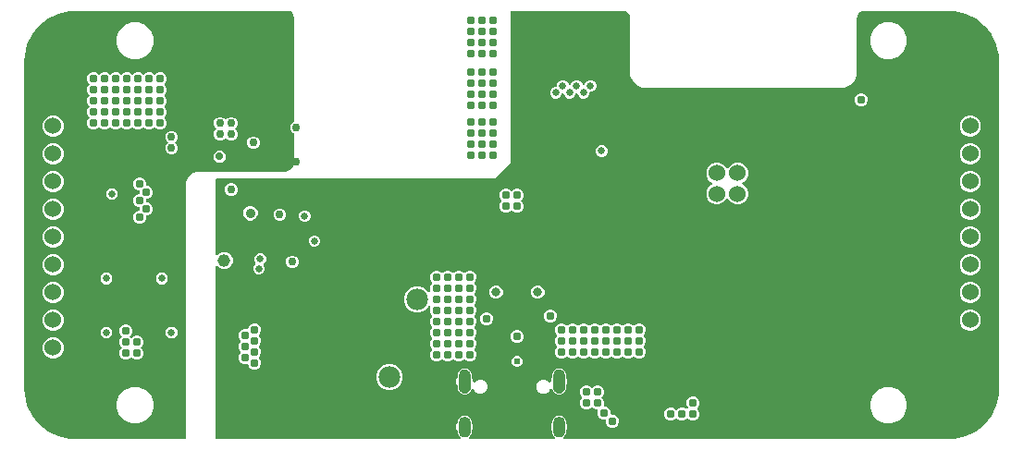
<source format=gbr>
G04 EAGLE Gerber RS-274X export*
G75*
%MOMM*%
%FSLAX34Y34*%
%LPD*%
%INCopper Layer 15*%
%IPPOS*%
%AMOC8*
5,1,8,0,0,1.08239X$1,22.5*%
G01*
%ADD10C,1.108000*%
%ADD11C,1.524000*%
%ADD12C,1.981200*%
%ADD13C,0.660400*%
%ADD14C,0.787400*%
%ADD15C,1.168400*%
%ADD16C,0.606400*%
%ADD17C,0.756400*%
%ADD18C,0.806400*%
%ADD19C,0.706400*%
%ADD20C,0.906400*%

G36*
X402062Y3778D02*
X402062Y3778D01*
X402184Y3786D01*
X402219Y3798D01*
X402256Y3803D01*
X402370Y3848D01*
X402486Y3886D01*
X402517Y3906D01*
X402552Y3920D01*
X402651Y3991D01*
X402754Y4057D01*
X402779Y4085D01*
X402809Y4106D01*
X402887Y4200D01*
X402971Y4290D01*
X402988Y4323D01*
X403012Y4351D01*
X403064Y4462D01*
X403123Y4569D01*
X403132Y4605D01*
X403148Y4639D01*
X403171Y4759D01*
X403201Y4878D01*
X403200Y4915D01*
X403207Y4951D01*
X403200Y5073D01*
X403199Y5196D01*
X403190Y5232D01*
X403188Y5269D01*
X403150Y5385D01*
X403119Y5503D01*
X403101Y5536D01*
X403090Y5571D01*
X403024Y5674D01*
X402965Y5781D01*
X402939Y5809D01*
X402920Y5840D01*
X402831Y5924D01*
X402747Y6013D01*
X402702Y6045D01*
X402688Y6058D01*
X402669Y6068D01*
X402616Y6107D01*
X402275Y6321D01*
X402262Y6340D01*
X402258Y6344D01*
X402254Y6349D01*
X402139Y6450D01*
X402134Y6454D01*
X401865Y6883D01*
X401826Y6931D01*
X401794Y6984D01*
X401688Y7105D01*
X401347Y7445D01*
X401339Y7467D01*
X401335Y7472D01*
X401333Y7477D01*
X401243Y7601D01*
X401239Y7607D01*
X401072Y8084D01*
X401045Y8139D01*
X401026Y8199D01*
X400949Y8340D01*
X400693Y8748D01*
X400690Y8770D01*
X400687Y8776D01*
X400686Y8782D01*
X400626Y8923D01*
X400624Y8929D01*
X400567Y9432D01*
X400553Y9492D01*
X400547Y9554D01*
X400504Y9709D01*
X400383Y10053D01*
X400389Y10076D01*
X400399Y10236D01*
X400399Y10495D01*
X400398Y10505D01*
X400399Y10514D01*
X400378Y10663D01*
X400359Y10811D01*
X400356Y10820D01*
X400355Y10829D01*
X400303Y10981D01*
X399259Y13500D01*
X399259Y16500D01*
X400303Y19019D01*
X400305Y19028D01*
X400310Y19036D01*
X400347Y19181D01*
X400387Y19326D01*
X400387Y19335D01*
X400389Y19344D01*
X400399Y19505D01*
X400399Y19764D01*
X400394Y19808D01*
X400396Y19853D01*
X400380Y19936D01*
X400504Y20291D01*
X400517Y20352D01*
X400539Y20410D01*
X400567Y20568D01*
X400621Y21047D01*
X400632Y21066D01*
X400634Y21072D01*
X400637Y21077D01*
X400678Y21224D01*
X400680Y21232D01*
X400949Y21660D01*
X400975Y21716D01*
X401010Y21768D01*
X401072Y21916D01*
X401231Y22370D01*
X401247Y22387D01*
X401250Y22392D01*
X401254Y22397D01*
X401327Y22532D01*
X401330Y22538D01*
X401688Y22895D01*
X401726Y22944D01*
X401771Y22987D01*
X401865Y23117D01*
X402036Y23390D01*
X402121Y23525D01*
X402140Y23538D01*
X402144Y23542D01*
X402149Y23546D01*
X402249Y23660D01*
X402254Y23666D01*
X402683Y23935D01*
X402731Y23974D01*
X402784Y24006D01*
X402905Y24112D01*
X403245Y24453D01*
X403267Y24461D01*
X403272Y24465D01*
X403277Y24467D01*
X403401Y24557D01*
X403407Y24561D01*
X403884Y24728D01*
X403939Y24755D01*
X403999Y24774D01*
X404140Y24851D01*
X404548Y25107D01*
X404570Y25110D01*
X404576Y25113D01*
X404582Y25114D01*
X404723Y25174D01*
X404729Y25176D01*
X405232Y25233D01*
X405292Y25247D01*
X405354Y25253D01*
X405509Y25296D01*
X405963Y25455D01*
X405986Y25453D01*
X405992Y25454D01*
X405998Y25454D01*
X406149Y25481D01*
X406155Y25482D01*
X406658Y25426D01*
X406720Y25426D01*
X406781Y25418D01*
X406942Y25426D01*
X407420Y25480D01*
X407442Y25473D01*
X407448Y25472D01*
X407454Y25470D01*
X407606Y25464D01*
X407614Y25463D01*
X408091Y25296D01*
X408152Y25283D01*
X408210Y25261D01*
X408368Y25233D01*
X408847Y25179D01*
X408866Y25168D01*
X408872Y25166D01*
X408877Y25163D01*
X409024Y25122D01*
X409032Y25120D01*
X409460Y24851D01*
X409516Y24825D01*
X409568Y24790D01*
X409716Y24728D01*
X410170Y24569D01*
X410187Y24553D01*
X410192Y24550D01*
X410197Y24546D01*
X410333Y24473D01*
X410338Y24470D01*
X410695Y24112D01*
X410744Y24074D01*
X410787Y24029D01*
X410917Y23935D01*
X411325Y23679D01*
X411338Y23660D01*
X411342Y23656D01*
X411346Y23651D01*
X411462Y23550D01*
X411466Y23546D01*
X411735Y23117D01*
X411774Y23069D01*
X411806Y23016D01*
X411912Y22895D01*
X412253Y22555D01*
X412261Y22533D01*
X412265Y22528D01*
X412267Y22523D01*
X412357Y22399D01*
X412361Y22393D01*
X412528Y21916D01*
X412555Y21861D01*
X412574Y21801D01*
X412651Y21660D01*
X412907Y21252D01*
X412910Y21230D01*
X412913Y21224D01*
X412914Y21218D01*
X412974Y21077D01*
X412976Y21071D01*
X413033Y20568D01*
X413047Y20508D01*
X413053Y20446D01*
X413096Y20291D01*
X413217Y19947D01*
X413211Y19924D01*
X413201Y19764D01*
X413201Y19505D01*
X413202Y19495D01*
X413201Y19486D01*
X413222Y19337D01*
X413241Y19189D01*
X413244Y19180D01*
X413245Y19171D01*
X413297Y19019D01*
X414341Y16500D01*
X414341Y13500D01*
X413297Y10981D01*
X413295Y10972D01*
X413290Y10964D01*
X413253Y10819D01*
X413213Y10674D01*
X413213Y10665D01*
X413211Y10656D01*
X413201Y10495D01*
X413201Y10236D01*
X413206Y10192D01*
X413204Y10147D01*
X413220Y10064D01*
X413096Y9709D01*
X413083Y9648D01*
X413061Y9590D01*
X413033Y9432D01*
X412979Y8953D01*
X412968Y8934D01*
X412966Y8928D01*
X412963Y8923D01*
X412922Y8775D01*
X412920Y8768D01*
X412651Y8340D01*
X412625Y8284D01*
X412590Y8232D01*
X412528Y8084D01*
X412369Y7630D01*
X412353Y7613D01*
X412350Y7608D01*
X412346Y7603D01*
X412273Y7468D01*
X412270Y7462D01*
X411912Y7105D01*
X411874Y7056D01*
X411829Y7013D01*
X411735Y6883D01*
X411479Y6475D01*
X411460Y6462D01*
X411456Y6458D01*
X411451Y6454D01*
X411350Y6339D01*
X411346Y6334D01*
X410984Y6107D01*
X410890Y6029D01*
X410791Y5958D01*
X410767Y5929D01*
X410738Y5905D01*
X410666Y5807D01*
X410588Y5713D01*
X410572Y5679D01*
X410550Y5649D01*
X410504Y5535D01*
X410452Y5425D01*
X410445Y5388D01*
X410431Y5354D01*
X410415Y5232D01*
X410393Y5112D01*
X410395Y5075D01*
X410390Y5038D01*
X410405Y4917D01*
X410412Y4795D01*
X410424Y4760D01*
X410428Y4723D01*
X410473Y4609D01*
X410510Y4493D01*
X410530Y4461D01*
X410544Y4426D01*
X410615Y4327D01*
X410680Y4224D01*
X410708Y4198D01*
X410729Y4168D01*
X410823Y4090D01*
X410912Y4006D01*
X410945Y3988D01*
X410973Y3964D01*
X411084Y3911D01*
X411191Y3852D01*
X411227Y3843D01*
X411260Y3827D01*
X411380Y3803D01*
X411499Y3773D01*
X411553Y3769D01*
X411572Y3766D01*
X411594Y3767D01*
X411659Y3763D01*
X488341Y3763D01*
X488462Y3778D01*
X488584Y3786D01*
X488619Y3798D01*
X488656Y3803D01*
X488770Y3848D01*
X488886Y3886D01*
X488917Y3906D01*
X488952Y3920D01*
X489051Y3991D01*
X489154Y4057D01*
X489179Y4085D01*
X489209Y4106D01*
X489287Y4200D01*
X489371Y4290D01*
X489388Y4323D01*
X489412Y4351D01*
X489464Y4462D01*
X489523Y4569D01*
X489532Y4605D01*
X489548Y4639D01*
X489571Y4759D01*
X489601Y4878D01*
X489600Y4915D01*
X489607Y4951D01*
X489600Y5073D01*
X489599Y5196D01*
X489590Y5232D01*
X489588Y5269D01*
X489550Y5385D01*
X489519Y5503D01*
X489501Y5536D01*
X489490Y5571D01*
X489424Y5674D01*
X489365Y5781D01*
X489339Y5809D01*
X489320Y5840D01*
X489231Y5924D01*
X489147Y6013D01*
X489102Y6045D01*
X489088Y6058D01*
X489069Y6068D01*
X489016Y6107D01*
X488675Y6321D01*
X488662Y6340D01*
X488658Y6344D01*
X488654Y6349D01*
X488539Y6450D01*
X488534Y6454D01*
X488265Y6883D01*
X488226Y6931D01*
X488194Y6984D01*
X488088Y7105D01*
X487747Y7445D01*
X487739Y7467D01*
X487735Y7472D01*
X487733Y7477D01*
X487643Y7601D01*
X487639Y7607D01*
X487472Y8084D01*
X487445Y8139D01*
X487426Y8199D01*
X487349Y8340D01*
X487093Y8748D01*
X487090Y8770D01*
X487087Y8776D01*
X487086Y8782D01*
X487026Y8923D01*
X487024Y8929D01*
X486967Y9432D01*
X486953Y9492D01*
X486947Y9554D01*
X486904Y9709D01*
X486783Y10053D01*
X486789Y10076D01*
X486799Y10236D01*
X486799Y10495D01*
X486798Y10505D01*
X486799Y10514D01*
X486778Y10663D01*
X486759Y10811D01*
X486756Y10820D01*
X486755Y10829D01*
X486703Y10981D01*
X485659Y13500D01*
X485659Y16500D01*
X486703Y19019D01*
X486705Y19028D01*
X486710Y19036D01*
X486747Y19181D01*
X486787Y19326D01*
X486787Y19335D01*
X486789Y19344D01*
X486799Y19505D01*
X486799Y19764D01*
X486794Y19808D01*
X486796Y19853D01*
X486780Y19936D01*
X486904Y20291D01*
X486917Y20352D01*
X486939Y20410D01*
X486967Y20568D01*
X487021Y21047D01*
X487032Y21066D01*
X487034Y21072D01*
X487037Y21077D01*
X487078Y21224D01*
X487080Y21232D01*
X487349Y21660D01*
X487375Y21716D01*
X487410Y21768D01*
X487472Y21916D01*
X487631Y22370D01*
X487647Y22387D01*
X487650Y22392D01*
X487654Y22397D01*
X487727Y22532D01*
X487730Y22538D01*
X488088Y22895D01*
X488126Y22944D01*
X488171Y22987D01*
X488265Y23117D01*
X488436Y23390D01*
X488521Y23525D01*
X488540Y23538D01*
X488544Y23542D01*
X488549Y23546D01*
X488649Y23660D01*
X488654Y23666D01*
X489083Y23935D01*
X489131Y23974D01*
X489184Y24006D01*
X489305Y24112D01*
X489645Y24453D01*
X489667Y24461D01*
X489672Y24465D01*
X489677Y24467D01*
X489801Y24557D01*
X489807Y24561D01*
X490284Y24728D01*
X490339Y24755D01*
X490399Y24774D01*
X490540Y24851D01*
X490948Y25107D01*
X490970Y25110D01*
X490976Y25113D01*
X490982Y25114D01*
X491123Y25174D01*
X491129Y25176D01*
X491632Y25233D01*
X491692Y25247D01*
X491754Y25253D01*
X491909Y25296D01*
X492363Y25455D01*
X492386Y25453D01*
X492392Y25454D01*
X492398Y25454D01*
X492549Y25481D01*
X492555Y25482D01*
X493058Y25426D01*
X493120Y25426D01*
X493181Y25418D01*
X493342Y25426D01*
X493820Y25480D01*
X493842Y25473D01*
X493848Y25472D01*
X493854Y25470D01*
X494006Y25464D01*
X494014Y25463D01*
X494491Y25296D01*
X494552Y25283D01*
X494610Y25261D01*
X494768Y25233D01*
X495247Y25179D01*
X495266Y25168D01*
X495272Y25166D01*
X495277Y25163D01*
X495424Y25122D01*
X495432Y25120D01*
X495860Y24851D01*
X495916Y24825D01*
X495968Y24790D01*
X496116Y24728D01*
X496570Y24569D01*
X496587Y24553D01*
X496592Y24550D01*
X496597Y24546D01*
X496733Y24473D01*
X496738Y24470D01*
X497095Y24112D01*
X497144Y24074D01*
X497187Y24029D01*
X497317Y23935D01*
X497725Y23679D01*
X497738Y23660D01*
X497742Y23656D01*
X497746Y23651D01*
X497862Y23550D01*
X497866Y23546D01*
X498135Y23117D01*
X498174Y23069D01*
X498206Y23016D01*
X498312Y22895D01*
X498653Y22555D01*
X498661Y22533D01*
X498665Y22528D01*
X498667Y22523D01*
X498757Y22399D01*
X498761Y22393D01*
X498928Y21916D01*
X498955Y21861D01*
X498974Y21801D01*
X499051Y21660D01*
X499307Y21252D01*
X499310Y21230D01*
X499313Y21224D01*
X499314Y21218D01*
X499374Y21077D01*
X499376Y21071D01*
X499433Y20568D01*
X499447Y20508D01*
X499453Y20446D01*
X499496Y20291D01*
X499617Y19947D01*
X499611Y19924D01*
X499601Y19764D01*
X499601Y19505D01*
X499602Y19495D01*
X499601Y19486D01*
X499622Y19337D01*
X499641Y19189D01*
X499644Y19180D01*
X499645Y19171D01*
X499697Y19019D01*
X500741Y16500D01*
X500741Y13500D01*
X499697Y10981D01*
X499695Y10972D01*
X499690Y10964D01*
X499653Y10819D01*
X499613Y10674D01*
X499613Y10665D01*
X499611Y10656D01*
X499601Y10495D01*
X499601Y10236D01*
X499606Y10192D01*
X499604Y10147D01*
X499620Y10064D01*
X499496Y9709D01*
X499483Y9648D01*
X499461Y9590D01*
X499433Y9432D01*
X499379Y8953D01*
X499368Y8934D01*
X499366Y8928D01*
X499363Y8923D01*
X499322Y8775D01*
X499320Y8768D01*
X499051Y8340D01*
X499025Y8284D01*
X498990Y8232D01*
X498928Y8084D01*
X498769Y7630D01*
X498753Y7613D01*
X498750Y7608D01*
X498746Y7603D01*
X498673Y7468D01*
X498670Y7462D01*
X498312Y7105D01*
X498274Y7056D01*
X498229Y7013D01*
X498135Y6883D01*
X497879Y6475D01*
X497860Y6462D01*
X497856Y6458D01*
X497851Y6455D01*
X497750Y6339D01*
X497746Y6334D01*
X497384Y6107D01*
X497290Y6029D01*
X497191Y5958D01*
X497167Y5929D01*
X497138Y5905D01*
X497066Y5807D01*
X496988Y5713D01*
X496972Y5679D01*
X496950Y5649D01*
X496904Y5535D01*
X496852Y5425D01*
X496845Y5388D01*
X496831Y5354D01*
X496815Y5232D01*
X496793Y5112D01*
X496795Y5075D01*
X496790Y5038D01*
X496805Y4917D01*
X496812Y4795D01*
X496824Y4760D01*
X496828Y4723D01*
X496873Y4609D01*
X496910Y4493D01*
X496930Y4461D01*
X496944Y4426D01*
X497015Y4327D01*
X497080Y4224D01*
X497108Y4198D01*
X497129Y4168D01*
X497223Y4090D01*
X497312Y4006D01*
X497345Y3988D01*
X497373Y3964D01*
X497484Y3911D01*
X497591Y3852D01*
X497627Y3843D01*
X497660Y3827D01*
X497780Y3803D01*
X497899Y3773D01*
X497953Y3769D01*
X497972Y3766D01*
X497994Y3767D01*
X498059Y3763D01*
X850000Y3763D01*
X850019Y3765D01*
X850071Y3765D01*
X855106Y4047D01*
X855132Y4052D01*
X855158Y4052D01*
X855317Y4077D01*
X865134Y6318D01*
X865193Y6339D01*
X865253Y6351D01*
X865403Y6412D01*
X874475Y10781D01*
X874527Y10815D01*
X874584Y10840D01*
X874716Y10932D01*
X882589Y17210D01*
X882632Y17255D01*
X882681Y17292D01*
X882790Y17411D01*
X889068Y25284D01*
X889100Y25337D01*
X889140Y25385D01*
X889219Y25525D01*
X893588Y34597D01*
X893608Y34656D01*
X893636Y34711D01*
X893682Y34866D01*
X895923Y44683D01*
X895925Y44709D01*
X895933Y44734D01*
X895953Y44894D01*
X896235Y49929D01*
X896234Y49948D01*
X896237Y50000D01*
X896237Y350000D01*
X896235Y350019D01*
X896235Y350071D01*
X895953Y355106D01*
X895948Y355132D01*
X895948Y355158D01*
X895923Y355317D01*
X893682Y365134D01*
X893661Y365193D01*
X893649Y365253D01*
X893588Y365403D01*
X889219Y374475D01*
X889185Y374527D01*
X889160Y374584D01*
X889068Y374716D01*
X882790Y382589D01*
X882745Y382632D01*
X882708Y382681D01*
X882589Y382790D01*
X874716Y389068D01*
X874663Y389100D01*
X874615Y389140D01*
X874475Y389219D01*
X865403Y393588D01*
X865344Y393608D01*
X865289Y393636D01*
X865134Y393682D01*
X855317Y395923D01*
X855291Y395925D01*
X855266Y395933D01*
X855106Y395953D01*
X850071Y396235D01*
X850052Y396234D01*
X850000Y396237D01*
X772070Y396237D01*
X772050Y396235D01*
X771945Y396231D01*
X770976Y396136D01*
X770873Y396112D01*
X770767Y396097D01*
X770688Y396070D01*
X770666Y396065D01*
X770652Y396058D01*
X770615Y396045D01*
X768824Y395303D01*
X768816Y395299D01*
X768807Y395296D01*
X768678Y395220D01*
X768548Y395146D01*
X768541Y395139D01*
X768533Y395135D01*
X768412Y395028D01*
X767042Y393658D01*
X767036Y393650D01*
X767029Y393644D01*
X766939Y393525D01*
X766847Y393406D01*
X766843Y393398D01*
X766838Y393390D01*
X766767Y393246D01*
X766025Y391455D01*
X765997Y391352D01*
X765960Y391253D01*
X765947Y391169D01*
X765941Y391148D01*
X765941Y391132D01*
X765934Y391094D01*
X765839Y390125D01*
X765839Y390105D01*
X765833Y390000D01*
X765833Y337262D01*
X763737Y332204D01*
X759866Y328333D01*
X754808Y326237D01*
X569332Y326237D01*
X564274Y328333D01*
X560403Y332204D01*
X558307Y337262D01*
X558307Y390000D01*
X558305Y390020D01*
X558301Y390124D01*
X558206Y391094D01*
X558182Y391197D01*
X558167Y391303D01*
X558140Y391382D01*
X558135Y391404D01*
X558128Y391418D01*
X558115Y391455D01*
X557373Y393246D01*
X557369Y393254D01*
X557366Y393263D01*
X557290Y393392D01*
X557216Y393522D01*
X557209Y393529D01*
X557205Y393537D01*
X557098Y393658D01*
X555728Y395028D01*
X555720Y395034D01*
X555714Y395041D01*
X555595Y395131D01*
X555476Y395223D01*
X555468Y395227D01*
X555460Y395232D01*
X555316Y395303D01*
X553525Y396045D01*
X553422Y396073D01*
X553323Y396110D01*
X553239Y396123D01*
X553218Y396129D01*
X553202Y396129D01*
X553164Y396136D01*
X552194Y396231D01*
X552175Y396231D01*
X552070Y396237D01*
X449850Y396237D01*
X449732Y396222D01*
X449613Y396215D01*
X449575Y396202D01*
X449534Y396197D01*
X449424Y396154D01*
X449311Y396117D01*
X449276Y396095D01*
X449239Y396080D01*
X449143Y396011D01*
X449042Y395947D01*
X449014Y395917D01*
X448981Y395894D01*
X448905Y395802D01*
X448824Y395715D01*
X448804Y395680D01*
X448779Y395649D01*
X448728Y395541D01*
X448670Y395437D01*
X448660Y395397D01*
X448643Y395361D01*
X448621Y395244D01*
X448591Y395129D01*
X448587Y395069D01*
X448583Y395049D01*
X448585Y395028D01*
X448581Y394968D01*
X448581Y256396D01*
X434724Y242539D01*
X180000Y242539D01*
X179882Y242524D01*
X179763Y242517D01*
X179725Y242504D01*
X179684Y242499D01*
X179574Y242456D01*
X179461Y242419D01*
X179426Y242397D01*
X179389Y242382D01*
X179293Y242313D01*
X179192Y242249D01*
X179164Y242219D01*
X179131Y242196D01*
X179056Y242104D01*
X178974Y242017D01*
X178954Y241982D01*
X178929Y241951D01*
X178878Y241843D01*
X178820Y241739D01*
X178810Y241699D01*
X178793Y241663D01*
X178771Y241546D01*
X178741Y241431D01*
X178737Y241371D01*
X178733Y241351D01*
X178735Y241330D01*
X178731Y241270D01*
X178731Y173836D01*
X178746Y173712D01*
X178753Y173605D01*
X178759Y173588D01*
X178761Y173560D01*
X178768Y173541D01*
X178771Y173521D01*
X178822Y173391D01*
X178828Y173375D01*
X178851Y173303D01*
X178857Y173293D01*
X178869Y173261D01*
X178880Y173244D01*
X178888Y173225D01*
X178969Y173112D01*
X179003Y173063D01*
X179021Y173034D01*
X179025Y173031D01*
X179047Y172998D01*
X179063Y172984D01*
X179074Y172968D01*
X179182Y172879D01*
X179286Y172787D01*
X179304Y172778D01*
X179319Y172765D01*
X179445Y172706D01*
X179569Y172642D01*
X179589Y172638D01*
X179607Y172629D01*
X179744Y172603D01*
X179879Y172573D01*
X179900Y172573D01*
X179920Y172570D01*
X179987Y172574D01*
X180000Y172573D01*
X180006Y172573D01*
X180037Y172577D01*
X180058Y172578D01*
X180197Y172582D01*
X180217Y172588D01*
X180237Y172589D01*
X180302Y172610D01*
X180321Y172613D01*
X180374Y172634D01*
X180503Y172671D01*
X180520Y172681D01*
X180539Y172687D01*
X180589Y172719D01*
X180617Y172730D01*
X180679Y172775D01*
X180777Y172832D01*
X180798Y172851D01*
X180808Y172858D01*
X180822Y172873D01*
X180863Y172908D01*
X180875Y172917D01*
X180880Y172924D01*
X180898Y172939D01*
X182247Y174289D01*
X185130Y175483D01*
X188250Y175483D01*
X191133Y174289D01*
X193339Y172083D01*
X194533Y169200D01*
X194533Y166080D01*
X193339Y163197D01*
X191133Y160991D01*
X188250Y159797D01*
X185130Y159797D01*
X182247Y160991D01*
X180898Y162341D01*
X180788Y162426D01*
X180681Y162515D01*
X180662Y162524D01*
X180646Y162536D01*
X180519Y162591D01*
X180393Y162651D01*
X180373Y162654D01*
X180354Y162662D01*
X180216Y162684D01*
X180081Y162710D01*
X180060Y162709D01*
X180040Y162712D01*
X179901Y162699D01*
X179763Y162691D01*
X179744Y162684D01*
X179724Y162683D01*
X179592Y162635D01*
X179461Y162593D01*
X179443Y162582D01*
X179424Y162575D01*
X179309Y162497D01*
X179192Y162422D01*
X179178Y162408D01*
X179161Y162396D01*
X179069Y162292D01*
X178974Y162191D01*
X178964Y162173D01*
X178951Y162158D01*
X178887Y162034D01*
X178820Y161912D01*
X178815Y161893D01*
X178806Y161875D01*
X178776Y161738D01*
X178741Y161604D01*
X178739Y161576D01*
X178737Y161564D01*
X178737Y161544D01*
X178731Y161444D01*
X178731Y5032D01*
X178746Y4914D01*
X178753Y4795D01*
X178766Y4757D01*
X178771Y4716D01*
X178814Y4606D01*
X178851Y4493D01*
X178873Y4458D01*
X178888Y4421D01*
X178958Y4325D01*
X179021Y4224D01*
X179051Y4196D01*
X179074Y4163D01*
X179166Y4087D01*
X179253Y4006D01*
X179288Y3986D01*
X179319Y3961D01*
X179427Y3910D01*
X179531Y3852D01*
X179571Y3842D01*
X179607Y3825D01*
X179724Y3803D01*
X179839Y3773D01*
X179900Y3769D01*
X179920Y3765D01*
X179940Y3767D01*
X180000Y3763D01*
X401941Y3763D01*
X402062Y3778D01*
G37*
G36*
X150794Y3781D02*
X150794Y3781D01*
X150874Y3798D01*
X150878Y3801D01*
X150883Y3802D01*
X150946Y3854D01*
X151010Y3904D01*
X151013Y3909D01*
X151017Y3912D01*
X151028Y3938D01*
X151078Y4033D01*
X151372Y5001D01*
X151374Y5032D01*
X151386Y5074D01*
X151508Y6313D01*
X151506Y6329D01*
X151510Y6350D01*
X151510Y237473D01*
X151680Y239409D01*
X152178Y241269D01*
X152992Y243014D01*
X154096Y244592D01*
X155458Y245954D01*
X157036Y247058D01*
X158781Y247872D01*
X160641Y248370D01*
X162577Y248540D01*
X241300Y248540D01*
X241316Y248544D01*
X241337Y248542D01*
X243072Y248712D01*
X243101Y248722D01*
X243145Y248727D01*
X244812Y249233D01*
X244839Y249248D01*
X244881Y249261D01*
X246418Y250083D01*
X246442Y250103D01*
X246480Y250124D01*
X247827Y251230D01*
X247846Y251255D01*
X247880Y251283D01*
X248986Y252630D01*
X248999Y252658D01*
X249027Y252692D01*
X249849Y254229D01*
X249857Y254259D01*
X249877Y254298D01*
X250383Y255965D01*
X250385Y255996D01*
X250398Y256038D01*
X250568Y257773D01*
X250566Y257789D01*
X250570Y257810D01*
X250570Y283941D01*
X250556Y284003D01*
X250549Y284066D01*
X250536Y284087D01*
X250531Y284110D01*
X250490Y284159D01*
X250456Y284213D01*
X250434Y284228D01*
X250421Y284244D01*
X250386Y284259D01*
X250336Y284293D01*
X249454Y284658D01*
X247828Y286284D01*
X246947Y288410D01*
X246947Y290710D01*
X247828Y292836D01*
X249454Y294462D01*
X250336Y294827D01*
X250387Y294864D01*
X250443Y294895D01*
X250457Y294914D01*
X250476Y294928D01*
X250506Y294985D01*
X250543Y295036D01*
X250548Y295063D01*
X250558Y295081D01*
X250559Y295119D01*
X250570Y295179D01*
X250570Y388620D01*
X250567Y388635D01*
X250569Y388653D01*
X250395Y390638D01*
X250386Y390665D01*
X250384Y390703D01*
X250112Y391718D01*
X249868Y392628D01*
X249855Y392653D01*
X249845Y392690D01*
X249003Y394496D01*
X248986Y394518D01*
X248970Y394553D01*
X247904Y396075D01*
X247888Y396090D01*
X247877Y396110D01*
X247824Y396147D01*
X247775Y396191D01*
X247754Y396197D01*
X247735Y396210D01*
X247641Y396228D01*
X247608Y396237D01*
X247601Y396236D01*
X247593Y396237D01*
X50000Y396237D01*
X49990Y396235D01*
X49979Y396237D01*
X44844Y395948D01*
X44818Y395941D01*
X44781Y395939D01*
X34770Y393654D01*
X34739Y393639D01*
X34689Y393626D01*
X25438Y389171D01*
X25411Y389149D01*
X25366Y389126D01*
X17337Y382723D01*
X17316Y382696D01*
X17277Y382663D01*
X10874Y374634D01*
X10860Y374603D01*
X10829Y374562D01*
X6374Y365311D01*
X6366Y365277D01*
X6346Y365230D01*
X4061Y355219D01*
X4061Y355195D01*
X4057Y355186D01*
X4057Y355177D01*
X4052Y355156D01*
X3763Y350021D01*
X3765Y350012D01*
X3763Y350000D01*
X3763Y50000D01*
X3765Y49990D01*
X3763Y49979D01*
X4052Y44844D01*
X4059Y44818D01*
X4061Y44781D01*
X6346Y34770D01*
X6361Y34739D01*
X6374Y34689D01*
X10829Y25438D01*
X10851Y25411D01*
X10874Y25366D01*
X17277Y17337D01*
X17304Y17316D01*
X17337Y17277D01*
X25366Y10874D01*
X25397Y10860D01*
X25438Y10829D01*
X34689Y6374D01*
X34723Y6366D01*
X34770Y6346D01*
X44781Y4061D01*
X44808Y4061D01*
X44844Y4052D01*
X49979Y3763D01*
X49988Y3765D01*
X50000Y3763D01*
X150714Y3763D01*
X150794Y3781D01*
G37*
%LPC*%
G36*
X379819Y75342D02*
X379819Y75342D01*
X377637Y76246D01*
X375966Y77917D01*
X375062Y80099D01*
X375062Y82461D01*
X375966Y84643D01*
X376785Y85462D01*
X376858Y85556D01*
X376937Y85646D01*
X376955Y85682D01*
X376980Y85714D01*
X377027Y85823D01*
X377082Y85929D01*
X377090Y85968D01*
X377107Y86006D01*
X377125Y86123D01*
X377151Y86239D01*
X377150Y86280D01*
X377156Y86320D01*
X377145Y86438D01*
X377142Y86557D01*
X377130Y86596D01*
X377127Y86636D01*
X377086Y86749D01*
X377053Y86863D01*
X377033Y86897D01*
X377019Y86936D01*
X376952Y87034D01*
X376892Y87137D01*
X376852Y87182D01*
X376840Y87199D01*
X376825Y87212D01*
X376785Y87257D01*
X375966Y88077D01*
X375062Y90259D01*
X375062Y92621D01*
X375966Y94803D01*
X376785Y95622D01*
X376858Y95716D01*
X376937Y95806D01*
X376955Y95842D01*
X376980Y95874D01*
X377027Y95983D01*
X377082Y96089D01*
X377090Y96128D01*
X377107Y96166D01*
X377125Y96283D01*
X377151Y96399D01*
X377150Y96440D01*
X377156Y96480D01*
X377145Y96598D01*
X377142Y96717D01*
X377130Y96756D01*
X377127Y96796D01*
X377086Y96909D01*
X377053Y97023D01*
X377033Y97057D01*
X377019Y97096D01*
X376952Y97194D01*
X376892Y97297D01*
X376852Y97342D01*
X376840Y97359D01*
X376825Y97372D01*
X376785Y97417D01*
X375966Y98237D01*
X375062Y100419D01*
X375062Y102781D01*
X375966Y104963D01*
X376785Y105782D01*
X376858Y105876D01*
X376937Y105966D01*
X376955Y106002D01*
X376980Y106034D01*
X377027Y106143D01*
X377082Y106249D01*
X377090Y106288D01*
X377107Y106326D01*
X377125Y106443D01*
X377151Y106559D01*
X377150Y106600D01*
X377156Y106640D01*
X377145Y106758D01*
X377142Y106877D01*
X377130Y106916D01*
X377127Y106956D01*
X377086Y107069D01*
X377053Y107183D01*
X377033Y107217D01*
X377019Y107256D01*
X376952Y107354D01*
X376892Y107457D01*
X376852Y107502D01*
X376840Y107519D01*
X376825Y107532D01*
X376785Y107577D01*
X375966Y108397D01*
X375062Y110579D01*
X375062Y112941D01*
X375966Y115123D01*
X376785Y115942D01*
X376858Y116036D01*
X376937Y116126D01*
X376955Y116162D01*
X376980Y116194D01*
X377027Y116303D01*
X377082Y116409D01*
X377090Y116448D01*
X377107Y116486D01*
X377125Y116603D01*
X377151Y116719D01*
X377150Y116760D01*
X377156Y116800D01*
X377145Y116918D01*
X377142Y117037D01*
X377130Y117076D01*
X377127Y117116D01*
X377086Y117229D01*
X377053Y117343D01*
X377033Y117377D01*
X377019Y117416D01*
X376952Y117514D01*
X376892Y117617D01*
X376852Y117662D01*
X376840Y117679D01*
X376825Y117692D01*
X376785Y117737D01*
X375966Y118557D01*
X375062Y120739D01*
X375062Y123101D01*
X375436Y124004D01*
X375455Y124072D01*
X375483Y124136D01*
X375497Y124225D01*
X375520Y124311D01*
X375521Y124381D01*
X375532Y124450D01*
X375524Y124539D01*
X375525Y124629D01*
X375509Y124697D01*
X375503Y124766D01*
X375472Y124851D01*
X375451Y124938D01*
X375419Y125000D01*
X375395Y125066D01*
X375345Y125140D01*
X375303Y125220D01*
X375256Y125271D01*
X375216Y125329D01*
X375149Y125388D01*
X375089Y125455D01*
X375030Y125493D01*
X374978Y125539D01*
X374898Y125580D01*
X374823Y125630D01*
X374757Y125652D01*
X374695Y125684D01*
X374607Y125704D01*
X374522Y125733D01*
X374452Y125738D01*
X374384Y125754D01*
X374295Y125751D01*
X374205Y125758D01*
X374136Y125746D01*
X374067Y125744D01*
X373980Y125719D01*
X373892Y125704D01*
X373828Y125675D01*
X373761Y125656D01*
X373684Y125610D01*
X373602Y125573D01*
X373547Y125529D01*
X373487Y125494D01*
X373366Y125388D01*
X369965Y121986D01*
X365588Y120173D01*
X360852Y120173D01*
X356475Y121986D01*
X353126Y125335D01*
X351313Y129712D01*
X351313Y134448D01*
X353126Y138825D01*
X356475Y142174D01*
X360852Y143987D01*
X365588Y143987D01*
X369965Y142174D01*
X373366Y138772D01*
X373421Y138730D01*
X373470Y138679D01*
X373547Y138632D01*
X373618Y138577D01*
X373682Y138550D01*
X373741Y138513D01*
X373827Y138487D01*
X373909Y138451D01*
X373978Y138440D01*
X374045Y138420D01*
X374135Y138415D01*
X374224Y138401D01*
X374293Y138408D01*
X374363Y138404D01*
X374451Y138423D01*
X374540Y138431D01*
X374606Y138455D01*
X374674Y138469D01*
X374755Y138508D01*
X374839Y138539D01*
X374897Y138578D01*
X374960Y138608D01*
X375028Y138667D01*
X375103Y138717D01*
X375149Y138770D01*
X375202Y138815D01*
X375254Y138888D01*
X375313Y138956D01*
X375345Y139018D01*
X375385Y139075D01*
X375417Y139159D01*
X375458Y139239D01*
X375473Y139307D01*
X375498Y139372D01*
X375508Y139462D01*
X375527Y139549D01*
X375525Y139619D01*
X375533Y139688D01*
X375520Y139777D01*
X375518Y139867D01*
X375498Y139934D01*
X375488Y140003D01*
X375436Y140156D01*
X375062Y141059D01*
X375062Y143421D01*
X375966Y145603D01*
X376785Y146423D01*
X376858Y146517D01*
X376937Y146606D01*
X376955Y146642D01*
X376980Y146674D01*
X377028Y146783D01*
X377082Y146889D01*
X377090Y146928D01*
X377107Y146966D01*
X377125Y147083D01*
X377151Y147199D01*
X377150Y147240D01*
X377156Y147280D01*
X377145Y147398D01*
X377142Y147517D01*
X377130Y147556D01*
X377127Y147596D01*
X377086Y147708D01*
X377053Y147823D01*
X377033Y147858D01*
X377019Y147896D01*
X376952Y147994D01*
X376892Y148097D01*
X376852Y148142D01*
X376840Y148159D01*
X376825Y148172D01*
X376785Y148218D01*
X375966Y149037D01*
X375062Y151219D01*
X375062Y153581D01*
X375966Y155763D01*
X377637Y157434D01*
X379819Y158338D01*
X382181Y158338D01*
X384363Y157434D01*
X385182Y156615D01*
X385276Y156542D01*
X385366Y156463D01*
X385402Y156445D01*
X385434Y156420D01*
X385543Y156373D01*
X385649Y156318D01*
X385688Y156310D01*
X385726Y156293D01*
X385843Y156275D01*
X385959Y156249D01*
X386000Y156250D01*
X386040Y156244D01*
X386158Y156255D01*
X386277Y156258D01*
X386316Y156270D01*
X386356Y156273D01*
X386469Y156314D01*
X386583Y156347D01*
X386617Y156367D01*
X386656Y156381D01*
X386754Y156448D01*
X386857Y156508D01*
X386902Y156548D01*
X386919Y156560D01*
X386932Y156575D01*
X386977Y156615D01*
X387797Y157434D01*
X389979Y158338D01*
X392341Y158338D01*
X394523Y157434D01*
X395342Y156615D01*
X395436Y156542D01*
X395526Y156463D01*
X395562Y156445D01*
X395594Y156420D01*
X395703Y156373D01*
X395809Y156318D01*
X395848Y156310D01*
X395886Y156293D01*
X396003Y156275D01*
X396119Y156249D01*
X396160Y156250D01*
X396200Y156244D01*
X396318Y156255D01*
X396437Y156258D01*
X396476Y156270D01*
X396516Y156273D01*
X396629Y156314D01*
X396743Y156347D01*
X396777Y156367D01*
X396816Y156381D01*
X396914Y156448D01*
X397017Y156508D01*
X397062Y156548D01*
X397079Y156560D01*
X397092Y156575D01*
X397137Y156615D01*
X397957Y157434D01*
X400139Y158338D01*
X402501Y158338D01*
X404683Y157434D01*
X405502Y156615D01*
X405596Y156542D01*
X405686Y156463D01*
X405722Y156445D01*
X405754Y156420D01*
X405863Y156373D01*
X405969Y156318D01*
X406008Y156310D01*
X406046Y156293D01*
X406163Y156275D01*
X406279Y156249D01*
X406320Y156250D01*
X406360Y156244D01*
X406478Y156255D01*
X406597Y156258D01*
X406636Y156270D01*
X406676Y156273D01*
X406789Y156314D01*
X406903Y156347D01*
X406937Y156367D01*
X406976Y156381D01*
X407074Y156448D01*
X407177Y156508D01*
X407222Y156548D01*
X407239Y156560D01*
X407252Y156575D01*
X407297Y156615D01*
X408117Y157434D01*
X410299Y158338D01*
X412661Y158338D01*
X414843Y157434D01*
X416514Y155763D01*
X417418Y153581D01*
X417418Y151219D01*
X416514Y149037D01*
X415695Y148218D01*
X415622Y148124D01*
X415543Y148034D01*
X415525Y147998D01*
X415500Y147966D01*
X415453Y147857D01*
X415398Y147751D01*
X415390Y147712D01*
X415373Y147674D01*
X415355Y147557D01*
X415329Y147441D01*
X415330Y147400D01*
X415324Y147360D01*
X415335Y147242D01*
X415338Y147123D01*
X415350Y147084D01*
X415353Y147044D01*
X415394Y146931D01*
X415427Y146817D01*
X415447Y146783D01*
X415461Y146744D01*
X415528Y146646D01*
X415588Y146543D01*
X415628Y146498D01*
X415640Y146481D01*
X415655Y146468D01*
X415695Y146423D01*
X416514Y145603D01*
X417418Y143421D01*
X417418Y141059D01*
X416514Y138877D01*
X415695Y138057D01*
X415622Y137963D01*
X415543Y137874D01*
X415525Y137838D01*
X415500Y137806D01*
X415452Y137697D01*
X415398Y137591D01*
X415390Y137552D01*
X415373Y137514D01*
X415355Y137397D01*
X415329Y137281D01*
X415330Y137240D01*
X415324Y137200D01*
X415335Y137082D01*
X415338Y136963D01*
X415350Y136924D01*
X415353Y136884D01*
X415394Y136772D01*
X415427Y136657D01*
X415447Y136622D01*
X415461Y136584D01*
X415528Y136486D01*
X415588Y136383D01*
X415628Y136338D01*
X415640Y136321D01*
X415655Y136308D01*
X415695Y136262D01*
X416514Y135443D01*
X417418Y133261D01*
X417418Y130899D01*
X416514Y128717D01*
X415695Y127898D01*
X415622Y127804D01*
X415543Y127714D01*
X415525Y127678D01*
X415500Y127646D01*
X415453Y127537D01*
X415398Y127431D01*
X415390Y127392D01*
X415373Y127354D01*
X415355Y127237D01*
X415329Y127121D01*
X415330Y127080D01*
X415324Y127040D01*
X415335Y126922D01*
X415338Y126803D01*
X415350Y126764D01*
X415353Y126724D01*
X415394Y126611D01*
X415427Y126497D01*
X415447Y126463D01*
X415461Y126424D01*
X415528Y126326D01*
X415588Y126223D01*
X415628Y126178D01*
X415640Y126161D01*
X415655Y126148D01*
X415695Y126103D01*
X416514Y125283D01*
X417418Y123101D01*
X417418Y120739D01*
X416514Y118557D01*
X415695Y117737D01*
X415622Y117643D01*
X415543Y117554D01*
X415525Y117518D01*
X415500Y117486D01*
X415452Y117377D01*
X415398Y117271D01*
X415390Y117232D01*
X415373Y117194D01*
X415355Y117077D01*
X415329Y116961D01*
X415330Y116920D01*
X415324Y116880D01*
X415335Y116762D01*
X415338Y116643D01*
X415350Y116604D01*
X415353Y116564D01*
X415394Y116452D01*
X415427Y116337D01*
X415447Y116302D01*
X415461Y116264D01*
X415528Y116166D01*
X415588Y116063D01*
X415628Y116018D01*
X415640Y116001D01*
X415655Y115988D01*
X415695Y115942D01*
X416514Y115123D01*
X417418Y112941D01*
X417418Y110579D01*
X416514Y108397D01*
X415695Y107578D01*
X415622Y107484D01*
X415543Y107394D01*
X415525Y107358D01*
X415500Y107326D01*
X415453Y107217D01*
X415398Y107111D01*
X415390Y107072D01*
X415373Y107034D01*
X415355Y106917D01*
X415329Y106801D01*
X415330Y106760D01*
X415324Y106720D01*
X415335Y106602D01*
X415338Y106483D01*
X415350Y106444D01*
X415353Y106404D01*
X415394Y106291D01*
X415427Y106177D01*
X415447Y106143D01*
X415461Y106104D01*
X415528Y106006D01*
X415588Y105903D01*
X415628Y105858D01*
X415640Y105841D01*
X415655Y105828D01*
X415695Y105783D01*
X416514Y104963D01*
X417418Y102781D01*
X417418Y100419D01*
X416514Y98237D01*
X415695Y97418D01*
X415622Y97324D01*
X415543Y97234D01*
X415525Y97198D01*
X415500Y97166D01*
X415453Y97057D01*
X415398Y96951D01*
X415390Y96912D01*
X415373Y96874D01*
X415355Y96757D01*
X415329Y96641D01*
X415330Y96600D01*
X415324Y96560D01*
X415335Y96442D01*
X415338Y96323D01*
X415350Y96284D01*
X415353Y96244D01*
X415394Y96131D01*
X415427Y96017D01*
X415447Y95983D01*
X415461Y95944D01*
X415528Y95846D01*
X415588Y95743D01*
X415628Y95698D01*
X415640Y95681D01*
X415655Y95668D01*
X415695Y95623D01*
X416514Y94803D01*
X417418Y92621D01*
X417418Y90259D01*
X416514Y88077D01*
X415695Y87257D01*
X415622Y87163D01*
X415543Y87074D01*
X415525Y87038D01*
X415500Y87006D01*
X415452Y86897D01*
X415398Y86791D01*
X415390Y86752D01*
X415373Y86714D01*
X415355Y86597D01*
X415329Y86481D01*
X415330Y86440D01*
X415324Y86400D01*
X415335Y86282D01*
X415338Y86163D01*
X415350Y86124D01*
X415353Y86084D01*
X415394Y85972D01*
X415427Y85857D01*
X415447Y85822D01*
X415461Y85784D01*
X415528Y85686D01*
X415588Y85583D01*
X415628Y85538D01*
X415640Y85521D01*
X415655Y85508D01*
X415695Y85462D01*
X416514Y84643D01*
X417418Y82461D01*
X417418Y80099D01*
X416514Y77917D01*
X414843Y76246D01*
X412661Y75342D01*
X410299Y75342D01*
X408117Y76246D01*
X407297Y77065D01*
X407203Y77138D01*
X407114Y77217D01*
X407078Y77235D01*
X407046Y77260D01*
X406937Y77308D01*
X406831Y77362D01*
X406792Y77370D01*
X406754Y77387D01*
X406637Y77405D01*
X406521Y77431D01*
X406480Y77430D01*
X406440Y77436D01*
X406322Y77425D01*
X406203Y77422D01*
X406164Y77410D01*
X406124Y77407D01*
X406012Y77366D01*
X405897Y77333D01*
X405862Y77313D01*
X405824Y77299D01*
X405726Y77232D01*
X405623Y77172D01*
X405578Y77132D01*
X405561Y77120D01*
X405548Y77105D01*
X405502Y77065D01*
X404683Y76246D01*
X402501Y75342D01*
X400139Y75342D01*
X397957Y76246D01*
X397137Y77065D01*
X397043Y77138D01*
X396954Y77217D01*
X396918Y77235D01*
X396886Y77260D01*
X396777Y77308D01*
X396671Y77362D01*
X396632Y77370D01*
X396594Y77387D01*
X396477Y77405D01*
X396361Y77431D01*
X396320Y77430D01*
X396280Y77436D01*
X396162Y77425D01*
X396043Y77422D01*
X396004Y77410D01*
X395964Y77407D01*
X395852Y77366D01*
X395737Y77333D01*
X395702Y77313D01*
X395664Y77299D01*
X395566Y77232D01*
X395463Y77172D01*
X395418Y77132D01*
X395401Y77120D01*
X395388Y77105D01*
X395342Y77065D01*
X394523Y76246D01*
X392341Y75342D01*
X389979Y75342D01*
X387797Y76246D01*
X386977Y77065D01*
X386883Y77138D01*
X386794Y77217D01*
X386758Y77235D01*
X386726Y77260D01*
X386617Y77308D01*
X386511Y77362D01*
X386472Y77370D01*
X386434Y77387D01*
X386317Y77405D01*
X386201Y77431D01*
X386160Y77430D01*
X386120Y77436D01*
X386002Y77425D01*
X385883Y77422D01*
X385844Y77410D01*
X385804Y77407D01*
X385692Y77366D01*
X385577Y77333D01*
X385542Y77313D01*
X385504Y77299D01*
X385406Y77232D01*
X385303Y77172D01*
X385258Y77132D01*
X385241Y77120D01*
X385228Y77105D01*
X385182Y77065D01*
X384363Y76246D01*
X382181Y75342D01*
X379819Y75342D01*
G37*
%LPD*%
%LPC*%
G36*
X66129Y287432D02*
X66129Y287432D01*
X63947Y288336D01*
X62276Y290007D01*
X61372Y292189D01*
X61372Y294551D01*
X62276Y296733D01*
X63724Y298181D01*
X63751Y298224D01*
X63785Y298262D01*
X63796Y298297D01*
X63815Y298328D01*
X63820Y298379D01*
X63821Y298383D01*
X63822Y298384D01*
X63822Y298385D01*
X63835Y298428D01*
X63828Y298464D01*
X63832Y298501D01*
X63816Y298543D01*
X63815Y298557D01*
X63811Y298565D01*
X63805Y298599D01*
X63781Y298634D01*
X63770Y298663D01*
X63748Y298684D01*
X63741Y298693D01*
X63732Y298709D01*
X63728Y298712D01*
X63724Y298719D01*
X62276Y300167D01*
X61372Y302349D01*
X61372Y304711D01*
X62276Y306893D01*
X63724Y308341D01*
X63751Y308384D01*
X63785Y308422D01*
X63796Y308457D01*
X63815Y308488D01*
X63820Y308539D01*
X63835Y308588D01*
X63828Y308624D01*
X63832Y308661D01*
X63814Y308708D01*
X63805Y308759D01*
X63781Y308794D01*
X63770Y308823D01*
X63748Y308844D01*
X63724Y308879D01*
X62276Y310327D01*
X61372Y312509D01*
X61372Y314871D01*
X62276Y317053D01*
X63724Y318501D01*
X63751Y318544D01*
X63785Y318582D01*
X63796Y318617D01*
X63815Y318648D01*
X63820Y318699D01*
X63835Y318748D01*
X63828Y318784D01*
X63832Y318821D01*
X63814Y318869D01*
X63805Y318919D01*
X63781Y318954D01*
X63770Y318983D01*
X63748Y319004D01*
X63724Y319039D01*
X62276Y320487D01*
X61372Y322669D01*
X61372Y325031D01*
X62276Y327213D01*
X63724Y328661D01*
X63751Y328704D01*
X63785Y328742D01*
X63796Y328777D01*
X63815Y328808D01*
X63820Y328859D01*
X63835Y328908D01*
X63828Y328944D01*
X63832Y328981D01*
X63814Y329028D01*
X63805Y329079D01*
X63781Y329114D01*
X63770Y329143D01*
X63748Y329164D01*
X63724Y329199D01*
X62276Y330647D01*
X61372Y332829D01*
X61372Y335191D01*
X62276Y337373D01*
X63947Y339044D01*
X66129Y339948D01*
X68491Y339948D01*
X70673Y339044D01*
X72121Y337596D01*
X72164Y337569D01*
X72202Y337535D01*
X72237Y337524D01*
X72268Y337505D01*
X72319Y337500D01*
X72368Y337485D01*
X72404Y337492D01*
X72441Y337488D01*
X72488Y337506D01*
X72539Y337515D01*
X72574Y337539D01*
X72603Y337550D01*
X72624Y337572D01*
X72659Y337596D01*
X74107Y339044D01*
X76289Y339948D01*
X78651Y339948D01*
X80833Y339044D01*
X82281Y337596D01*
X82324Y337569D01*
X82362Y337535D01*
X82397Y337524D01*
X82428Y337505D01*
X82479Y337500D01*
X82528Y337485D01*
X82564Y337492D01*
X82601Y337488D01*
X82649Y337506D01*
X82699Y337515D01*
X82734Y337539D01*
X82763Y337550D01*
X82784Y337572D01*
X82819Y337596D01*
X84267Y339044D01*
X86449Y339948D01*
X88811Y339948D01*
X90993Y339044D01*
X92441Y337596D01*
X92484Y337569D01*
X92522Y337535D01*
X92557Y337524D01*
X92588Y337505D01*
X92639Y337500D01*
X92688Y337485D01*
X92724Y337492D01*
X92761Y337488D01*
X92808Y337506D01*
X92859Y337515D01*
X92894Y337539D01*
X92923Y337550D01*
X92944Y337572D01*
X92979Y337596D01*
X94427Y339044D01*
X96609Y339948D01*
X98971Y339948D01*
X101153Y339044D01*
X102601Y337596D01*
X102644Y337569D01*
X102682Y337535D01*
X102717Y337524D01*
X102748Y337505D01*
X102799Y337500D01*
X102848Y337485D01*
X102884Y337492D01*
X102921Y337488D01*
X102968Y337506D01*
X103019Y337515D01*
X103054Y337539D01*
X103083Y337550D01*
X103104Y337572D01*
X103139Y337596D01*
X104587Y339044D01*
X106769Y339948D01*
X109131Y339948D01*
X111313Y339044D01*
X112761Y337596D01*
X112804Y337569D01*
X112842Y337535D01*
X112877Y337524D01*
X112908Y337505D01*
X112959Y337500D01*
X113008Y337485D01*
X113044Y337492D01*
X113081Y337488D01*
X113129Y337506D01*
X113179Y337515D01*
X113214Y337539D01*
X113243Y337550D01*
X113264Y337572D01*
X113299Y337596D01*
X114747Y339044D01*
X116929Y339948D01*
X119291Y339948D01*
X121473Y339044D01*
X122921Y337596D01*
X122964Y337569D01*
X123002Y337535D01*
X123037Y337524D01*
X123068Y337505D01*
X123119Y337500D01*
X123168Y337485D01*
X123204Y337492D01*
X123241Y337488D01*
X123288Y337506D01*
X123339Y337515D01*
X123374Y337539D01*
X123403Y337550D01*
X123424Y337572D01*
X123459Y337596D01*
X124907Y339044D01*
X127089Y339948D01*
X129451Y339948D01*
X131633Y339044D01*
X133304Y337373D01*
X134208Y335191D01*
X134208Y332829D01*
X133304Y330647D01*
X131856Y329199D01*
X131829Y329156D01*
X131795Y329118D01*
X131784Y329083D01*
X131765Y329052D01*
X131760Y329001D01*
X131745Y328952D01*
X131752Y328916D01*
X131748Y328879D01*
X131766Y328832D01*
X131775Y328781D01*
X131799Y328746D01*
X131810Y328717D01*
X131832Y328696D01*
X131856Y328661D01*
X133304Y327213D01*
X134208Y325031D01*
X134208Y322669D01*
X133304Y320487D01*
X131856Y319039D01*
X131829Y318996D01*
X131795Y318958D01*
X131784Y318923D01*
X131765Y318892D01*
X131760Y318841D01*
X131745Y318792D01*
X131752Y318756D01*
X131748Y318719D01*
X131766Y318671D01*
X131775Y318621D01*
X131799Y318586D01*
X131810Y318557D01*
X131832Y318536D01*
X131856Y318501D01*
X133304Y317053D01*
X134208Y314871D01*
X134208Y312509D01*
X133304Y310327D01*
X131856Y308879D01*
X131829Y308836D01*
X131795Y308798D01*
X131784Y308763D01*
X131765Y308732D01*
X131760Y308681D01*
X131745Y308632D01*
X131752Y308596D01*
X131748Y308559D01*
X131766Y308512D01*
X131775Y308461D01*
X131799Y308426D01*
X131810Y308397D01*
X131832Y308376D01*
X131856Y308341D01*
X133304Y306893D01*
X134208Y304711D01*
X134208Y302349D01*
X133304Y300167D01*
X131856Y298719D01*
X131844Y298699D01*
X131829Y298687D01*
X131819Y298664D01*
X131795Y298638D01*
X131784Y298603D01*
X131765Y298572D01*
X131761Y298536D01*
X131758Y298529D01*
X131759Y298517D01*
X131745Y298472D01*
X131752Y298436D01*
X131748Y298399D01*
X131766Y298352D01*
X131775Y298301D01*
X131799Y298266D01*
X131810Y298237D01*
X131832Y298216D01*
X131856Y298181D01*
X133304Y296733D01*
X134208Y294551D01*
X134208Y292189D01*
X133304Y290007D01*
X131633Y288336D01*
X129451Y287432D01*
X127089Y287432D01*
X124907Y288336D01*
X123459Y289784D01*
X123416Y289811D01*
X123378Y289845D01*
X123343Y289856D01*
X123312Y289875D01*
X123261Y289880D01*
X123212Y289895D01*
X123176Y289888D01*
X123139Y289892D01*
X123091Y289874D01*
X123041Y289865D01*
X123006Y289841D01*
X122977Y289830D01*
X122956Y289808D01*
X122921Y289784D01*
X121473Y288336D01*
X119291Y287432D01*
X116929Y287432D01*
X114747Y288336D01*
X113299Y289784D01*
X113256Y289811D01*
X113218Y289845D01*
X113183Y289856D01*
X113152Y289875D01*
X113101Y289880D01*
X113052Y289895D01*
X113016Y289888D01*
X112979Y289892D01*
X112931Y289874D01*
X112881Y289865D01*
X112846Y289841D01*
X112817Y289830D01*
X112796Y289808D01*
X112761Y289784D01*
X111313Y288336D01*
X109131Y287432D01*
X106769Y287432D01*
X104587Y288336D01*
X103139Y289784D01*
X103096Y289811D01*
X103058Y289845D01*
X103023Y289856D01*
X102992Y289875D01*
X102941Y289880D01*
X102892Y289895D01*
X102856Y289888D01*
X102819Y289892D01*
X102772Y289874D01*
X102721Y289865D01*
X102686Y289841D01*
X102657Y289830D01*
X102636Y289808D01*
X102601Y289784D01*
X101153Y288336D01*
X98971Y287432D01*
X96609Y287432D01*
X94427Y288336D01*
X92979Y289784D01*
X92936Y289811D01*
X92898Y289845D01*
X92863Y289856D01*
X92832Y289875D01*
X92781Y289880D01*
X92732Y289895D01*
X92696Y289888D01*
X92659Y289892D01*
X92611Y289874D01*
X92561Y289865D01*
X92526Y289841D01*
X92497Y289830D01*
X92476Y289808D01*
X92441Y289784D01*
X90993Y288336D01*
X88811Y287432D01*
X86449Y287432D01*
X84267Y288336D01*
X82819Y289784D01*
X82776Y289811D01*
X82738Y289845D01*
X82703Y289856D01*
X82672Y289875D01*
X82621Y289880D01*
X82572Y289895D01*
X82536Y289888D01*
X82499Y289892D01*
X82452Y289874D01*
X82401Y289865D01*
X82366Y289841D01*
X82337Y289830D01*
X82316Y289808D01*
X82281Y289784D01*
X80833Y288336D01*
X78651Y287432D01*
X76289Y287432D01*
X74107Y288336D01*
X72659Y289784D01*
X72616Y289811D01*
X72578Y289845D01*
X72543Y289856D01*
X72512Y289875D01*
X72461Y289880D01*
X72412Y289895D01*
X72376Y289888D01*
X72339Y289892D01*
X72291Y289874D01*
X72241Y289865D01*
X72206Y289841D01*
X72177Y289830D01*
X72156Y289808D01*
X72121Y289784D01*
X70673Y288336D01*
X68491Y287432D01*
X66129Y287432D01*
G37*
%LPD*%
%LPC*%
G36*
X494119Y77882D02*
X494119Y77882D01*
X491937Y78786D01*
X490266Y80457D01*
X489362Y82639D01*
X489362Y85001D01*
X490266Y87183D01*
X491085Y88002D01*
X491158Y88096D01*
X491237Y88186D01*
X491255Y88222D01*
X491280Y88254D01*
X491327Y88363D01*
X491382Y88469D01*
X491390Y88508D01*
X491407Y88546D01*
X491425Y88663D01*
X491451Y88779D01*
X491450Y88820D01*
X491456Y88860D01*
X491445Y88978D01*
X491442Y89097D01*
X491430Y89136D01*
X491427Y89176D01*
X491386Y89289D01*
X491353Y89403D01*
X491333Y89437D01*
X491319Y89476D01*
X491252Y89574D01*
X491192Y89677D01*
X491152Y89722D01*
X491140Y89739D01*
X491125Y89752D01*
X491085Y89797D01*
X490266Y90617D01*
X489362Y92799D01*
X489362Y95161D01*
X490266Y97343D01*
X491085Y98162D01*
X491158Y98256D01*
X491237Y98346D01*
X491255Y98382D01*
X491280Y98414D01*
X491327Y98523D01*
X491382Y98629D01*
X491390Y98668D01*
X491407Y98706D01*
X491425Y98823D01*
X491451Y98939D01*
X491450Y98980D01*
X491456Y99020D01*
X491445Y99138D01*
X491442Y99257D01*
X491430Y99296D01*
X491427Y99336D01*
X491386Y99449D01*
X491353Y99563D01*
X491333Y99597D01*
X491319Y99636D01*
X491252Y99734D01*
X491192Y99837D01*
X491152Y99882D01*
X491140Y99899D01*
X491125Y99912D01*
X491085Y99957D01*
X490266Y100777D01*
X489362Y102959D01*
X489362Y105321D01*
X490266Y107503D01*
X491937Y109174D01*
X494119Y110078D01*
X496481Y110078D01*
X498663Y109174D01*
X499483Y108355D01*
X499577Y108282D01*
X499666Y108203D01*
X499702Y108185D01*
X499734Y108160D01*
X499843Y108112D01*
X499949Y108058D01*
X499988Y108050D01*
X500026Y108033D01*
X500143Y108015D01*
X500259Y107989D01*
X500300Y107990D01*
X500340Y107984D01*
X500458Y107995D01*
X500577Y107998D01*
X500616Y108010D01*
X500656Y108013D01*
X500768Y108054D01*
X500883Y108087D01*
X500918Y108107D01*
X500956Y108121D01*
X501054Y108188D01*
X501157Y108248D01*
X501202Y108288D01*
X501219Y108300D01*
X501232Y108315D01*
X501278Y108355D01*
X502097Y109174D01*
X504279Y110078D01*
X506641Y110078D01*
X508823Y109174D01*
X509642Y108355D01*
X509736Y108282D01*
X509826Y108203D01*
X509862Y108185D01*
X509894Y108160D01*
X510003Y108113D01*
X510109Y108058D01*
X510148Y108050D01*
X510186Y108033D01*
X510303Y108015D01*
X510419Y107989D01*
X510460Y107990D01*
X510500Y107984D01*
X510618Y107995D01*
X510737Y107998D01*
X510776Y108010D01*
X510816Y108013D01*
X510929Y108054D01*
X511043Y108087D01*
X511077Y108107D01*
X511116Y108121D01*
X511214Y108188D01*
X511317Y108248D01*
X511362Y108288D01*
X511379Y108300D01*
X511392Y108315D01*
X511437Y108355D01*
X512257Y109174D01*
X514439Y110078D01*
X516801Y110078D01*
X518983Y109174D01*
X519802Y108355D01*
X519896Y108282D01*
X519986Y108203D01*
X520022Y108185D01*
X520054Y108160D01*
X520163Y108113D01*
X520269Y108058D01*
X520308Y108050D01*
X520346Y108033D01*
X520463Y108015D01*
X520579Y107989D01*
X520620Y107990D01*
X520660Y107984D01*
X520778Y107995D01*
X520897Y107998D01*
X520936Y108010D01*
X520976Y108013D01*
X521089Y108054D01*
X521203Y108087D01*
X521237Y108107D01*
X521276Y108121D01*
X521374Y108188D01*
X521477Y108248D01*
X521522Y108288D01*
X521539Y108300D01*
X521552Y108315D01*
X521597Y108355D01*
X522417Y109174D01*
X524599Y110078D01*
X526961Y110078D01*
X529143Y109174D01*
X529963Y108355D01*
X530057Y108282D01*
X530146Y108203D01*
X530182Y108185D01*
X530214Y108160D01*
X530323Y108112D01*
X530429Y108058D01*
X530468Y108050D01*
X530506Y108033D01*
X530623Y108015D01*
X530739Y107989D01*
X530780Y107990D01*
X530820Y107984D01*
X530938Y107995D01*
X531057Y107998D01*
X531096Y108010D01*
X531136Y108013D01*
X531248Y108054D01*
X531363Y108087D01*
X531398Y108107D01*
X531436Y108121D01*
X531534Y108188D01*
X531637Y108248D01*
X531682Y108288D01*
X531699Y108300D01*
X531712Y108315D01*
X531758Y108355D01*
X532577Y109174D01*
X534759Y110078D01*
X537121Y110078D01*
X539303Y109174D01*
X540123Y108355D01*
X540217Y108282D01*
X540306Y108203D01*
X540342Y108185D01*
X540374Y108160D01*
X540483Y108112D01*
X540589Y108058D01*
X540628Y108050D01*
X540666Y108033D01*
X540783Y108015D01*
X540899Y107989D01*
X540940Y107990D01*
X540980Y107984D01*
X541098Y107995D01*
X541217Y107998D01*
X541256Y108010D01*
X541296Y108013D01*
X541408Y108054D01*
X541523Y108087D01*
X541558Y108107D01*
X541596Y108121D01*
X541694Y108188D01*
X541797Y108248D01*
X541842Y108288D01*
X541859Y108300D01*
X541872Y108315D01*
X541918Y108355D01*
X542737Y109174D01*
X544919Y110078D01*
X547281Y110078D01*
X549463Y109174D01*
X550282Y108355D01*
X550376Y108282D01*
X550466Y108203D01*
X550502Y108185D01*
X550534Y108160D01*
X550643Y108113D01*
X550749Y108058D01*
X550788Y108050D01*
X550826Y108033D01*
X550943Y108015D01*
X551059Y107989D01*
X551100Y107990D01*
X551140Y107984D01*
X551258Y107995D01*
X551377Y107998D01*
X551416Y108010D01*
X551456Y108013D01*
X551569Y108054D01*
X551683Y108087D01*
X551717Y108107D01*
X551756Y108121D01*
X551854Y108188D01*
X551957Y108248D01*
X552002Y108288D01*
X552019Y108300D01*
X552032Y108315D01*
X552077Y108355D01*
X552897Y109174D01*
X555079Y110078D01*
X557441Y110078D01*
X559623Y109174D01*
X560442Y108355D01*
X560536Y108282D01*
X560626Y108203D01*
X560662Y108185D01*
X560694Y108160D01*
X560803Y108113D01*
X560909Y108058D01*
X560948Y108050D01*
X560986Y108033D01*
X561103Y108015D01*
X561219Y107989D01*
X561260Y107990D01*
X561300Y107984D01*
X561418Y107995D01*
X561537Y107998D01*
X561576Y108010D01*
X561616Y108013D01*
X561729Y108054D01*
X561843Y108087D01*
X561877Y108107D01*
X561916Y108121D01*
X562014Y108188D01*
X562117Y108248D01*
X562162Y108288D01*
X562179Y108300D01*
X562192Y108315D01*
X562237Y108355D01*
X563057Y109174D01*
X565239Y110078D01*
X567601Y110078D01*
X569783Y109174D01*
X571454Y107503D01*
X572358Y105321D01*
X572358Y102959D01*
X571454Y100777D01*
X570635Y99957D01*
X570562Y99863D01*
X570483Y99774D01*
X570465Y99738D01*
X570440Y99706D01*
X570392Y99597D01*
X570338Y99491D01*
X570330Y99452D01*
X570313Y99414D01*
X570295Y99297D01*
X570269Y99181D01*
X570270Y99140D01*
X570264Y99100D01*
X570275Y98982D01*
X570278Y98863D01*
X570290Y98824D01*
X570293Y98784D01*
X570334Y98672D01*
X570367Y98557D01*
X570387Y98522D01*
X570401Y98484D01*
X570468Y98386D01*
X570528Y98283D01*
X570568Y98238D01*
X570580Y98221D01*
X570595Y98208D01*
X570635Y98162D01*
X571454Y97343D01*
X572358Y95161D01*
X572358Y92799D01*
X571454Y90617D01*
X570635Y89797D01*
X570562Y89703D01*
X570483Y89614D01*
X570465Y89578D01*
X570440Y89546D01*
X570392Y89437D01*
X570338Y89331D01*
X570330Y89292D01*
X570313Y89254D01*
X570295Y89137D01*
X570269Y89021D01*
X570270Y88980D01*
X570264Y88940D01*
X570275Y88822D01*
X570278Y88703D01*
X570290Y88664D01*
X570293Y88624D01*
X570334Y88512D01*
X570367Y88397D01*
X570387Y88362D01*
X570401Y88324D01*
X570468Y88226D01*
X570528Y88123D01*
X570568Y88078D01*
X570580Y88061D01*
X570595Y88048D01*
X570635Y88002D01*
X571454Y87183D01*
X572358Y85001D01*
X572358Y82639D01*
X571454Y80457D01*
X569783Y78786D01*
X567601Y77882D01*
X565239Y77882D01*
X563057Y78786D01*
X562237Y79605D01*
X562143Y79678D01*
X562054Y79757D01*
X562018Y79775D01*
X561986Y79800D01*
X561877Y79848D01*
X561771Y79902D01*
X561732Y79910D01*
X561694Y79927D01*
X561577Y79945D01*
X561461Y79971D01*
X561420Y79970D01*
X561380Y79976D01*
X561262Y79965D01*
X561143Y79962D01*
X561104Y79950D01*
X561064Y79947D01*
X560952Y79906D01*
X560837Y79873D01*
X560802Y79853D01*
X560764Y79839D01*
X560666Y79772D01*
X560563Y79712D01*
X560518Y79672D01*
X560501Y79660D01*
X560488Y79645D01*
X560442Y79605D01*
X559623Y78786D01*
X557441Y77882D01*
X555079Y77882D01*
X552897Y78786D01*
X552077Y79605D01*
X551983Y79678D01*
X551894Y79757D01*
X551858Y79775D01*
X551826Y79800D01*
X551717Y79848D01*
X551611Y79902D01*
X551572Y79910D01*
X551534Y79927D01*
X551417Y79945D01*
X551301Y79971D01*
X551260Y79970D01*
X551220Y79976D01*
X551102Y79965D01*
X550983Y79962D01*
X550944Y79950D01*
X550904Y79947D01*
X550792Y79906D01*
X550677Y79873D01*
X550642Y79853D01*
X550604Y79839D01*
X550506Y79772D01*
X550403Y79712D01*
X550358Y79672D01*
X550341Y79660D01*
X550328Y79645D01*
X550282Y79605D01*
X549463Y78786D01*
X547281Y77882D01*
X544919Y77882D01*
X542737Y78786D01*
X541918Y79605D01*
X541824Y79678D01*
X541734Y79757D01*
X541698Y79775D01*
X541666Y79800D01*
X541557Y79847D01*
X541451Y79902D01*
X541412Y79910D01*
X541374Y79927D01*
X541257Y79945D01*
X541141Y79971D01*
X541100Y79970D01*
X541060Y79976D01*
X540942Y79965D01*
X540823Y79962D01*
X540784Y79950D01*
X540744Y79947D01*
X540631Y79906D01*
X540517Y79873D01*
X540483Y79853D01*
X540444Y79839D01*
X540346Y79772D01*
X540243Y79712D01*
X540198Y79672D01*
X540181Y79660D01*
X540168Y79645D01*
X540123Y79605D01*
X539303Y78786D01*
X537121Y77882D01*
X534759Y77882D01*
X532577Y78786D01*
X531758Y79605D01*
X531664Y79678D01*
X531574Y79757D01*
X531538Y79775D01*
X531506Y79800D01*
X531397Y79847D01*
X531291Y79902D01*
X531252Y79910D01*
X531214Y79927D01*
X531097Y79945D01*
X530981Y79971D01*
X530940Y79970D01*
X530900Y79976D01*
X530782Y79965D01*
X530663Y79962D01*
X530624Y79950D01*
X530584Y79947D01*
X530471Y79906D01*
X530357Y79873D01*
X530323Y79853D01*
X530284Y79839D01*
X530186Y79772D01*
X530083Y79712D01*
X530038Y79672D01*
X530021Y79660D01*
X530008Y79645D01*
X529963Y79605D01*
X529143Y78786D01*
X526961Y77882D01*
X524599Y77882D01*
X522417Y78786D01*
X521597Y79605D01*
X521503Y79678D01*
X521414Y79757D01*
X521378Y79775D01*
X521346Y79800D01*
X521237Y79848D01*
X521131Y79902D01*
X521092Y79910D01*
X521054Y79927D01*
X520937Y79945D01*
X520821Y79971D01*
X520780Y79970D01*
X520740Y79976D01*
X520622Y79965D01*
X520503Y79962D01*
X520464Y79950D01*
X520424Y79947D01*
X520312Y79906D01*
X520197Y79873D01*
X520162Y79853D01*
X520124Y79839D01*
X520026Y79772D01*
X519923Y79712D01*
X519878Y79672D01*
X519861Y79660D01*
X519848Y79645D01*
X519802Y79605D01*
X518983Y78786D01*
X516801Y77882D01*
X514439Y77882D01*
X512257Y78786D01*
X511437Y79605D01*
X511343Y79678D01*
X511254Y79757D01*
X511218Y79775D01*
X511186Y79800D01*
X511077Y79848D01*
X510971Y79902D01*
X510932Y79910D01*
X510894Y79927D01*
X510777Y79945D01*
X510661Y79971D01*
X510620Y79970D01*
X510580Y79976D01*
X510462Y79965D01*
X510343Y79962D01*
X510304Y79950D01*
X510264Y79947D01*
X510152Y79906D01*
X510037Y79873D01*
X510002Y79853D01*
X509964Y79839D01*
X509866Y79772D01*
X509763Y79712D01*
X509718Y79672D01*
X509701Y79660D01*
X509688Y79645D01*
X509642Y79605D01*
X508823Y78786D01*
X506641Y77882D01*
X504279Y77882D01*
X502097Y78786D01*
X501278Y79605D01*
X501184Y79678D01*
X501094Y79757D01*
X501058Y79775D01*
X501026Y79800D01*
X500917Y79847D01*
X500811Y79902D01*
X500772Y79910D01*
X500734Y79927D01*
X500617Y79945D01*
X500501Y79971D01*
X500460Y79970D01*
X500420Y79976D01*
X500302Y79965D01*
X500183Y79962D01*
X500144Y79950D01*
X500104Y79947D01*
X499991Y79906D01*
X499877Y79873D01*
X499843Y79853D01*
X499804Y79839D01*
X499706Y79772D01*
X499603Y79712D01*
X499558Y79672D01*
X499541Y79660D01*
X499528Y79645D01*
X499483Y79605D01*
X498663Y78786D01*
X496481Y77882D01*
X494119Y77882D01*
G37*
%LPD*%
%LPC*%
G36*
X635626Y218979D02*
X635626Y218979D01*
X632090Y220444D01*
X629384Y223150D01*
X627919Y226686D01*
X627919Y230514D01*
X629384Y234050D01*
X632090Y236756D01*
X632564Y236952D01*
X632685Y237021D01*
X632808Y237086D01*
X632823Y237100D01*
X632841Y237110D01*
X632941Y237207D01*
X633043Y237300D01*
X633054Y237317D01*
X633069Y237331D01*
X633142Y237450D01*
X633218Y237566D01*
X633225Y237585D01*
X633235Y237602D01*
X633276Y237735D01*
X633321Y237867D01*
X633323Y237887D01*
X633329Y237906D01*
X633335Y238045D01*
X633346Y238184D01*
X633343Y238204D01*
X633344Y238224D01*
X633316Y238360D01*
X633292Y238497D01*
X633284Y238515D01*
X633280Y238535D01*
X633218Y238661D01*
X633161Y238787D01*
X633149Y238803D01*
X633140Y238821D01*
X633050Y238927D01*
X632963Y239036D01*
X632947Y239048D01*
X632934Y239063D01*
X632820Y239143D01*
X632709Y239227D01*
X632684Y239239D01*
X632674Y239246D01*
X632654Y239253D01*
X632564Y239298D01*
X632090Y239494D01*
X629384Y242200D01*
X627919Y245736D01*
X627919Y249564D01*
X629384Y253100D01*
X632090Y255806D01*
X635626Y257271D01*
X639454Y257271D01*
X642990Y255806D01*
X645696Y253100D01*
X645892Y252626D01*
X645961Y252505D01*
X646026Y252382D01*
X646040Y252367D01*
X646050Y252350D01*
X646147Y252249D01*
X646240Y252147D01*
X646257Y252136D01*
X646271Y252121D01*
X646390Y252048D01*
X646506Y251972D01*
X646525Y251965D01*
X646542Y251955D01*
X646675Y251914D01*
X646807Y251869D01*
X646827Y251867D01*
X646846Y251861D01*
X646985Y251855D01*
X647124Y251844D01*
X647144Y251847D01*
X647164Y251846D01*
X647300Y251874D01*
X647437Y251898D01*
X647456Y251906D01*
X647475Y251910D01*
X647600Y251972D01*
X647727Y252029D01*
X647743Y252041D01*
X647761Y252050D01*
X647867Y252141D01*
X647975Y252227D01*
X647988Y252243D01*
X648003Y252256D01*
X648083Y252370D01*
X648167Y252481D01*
X648179Y252506D01*
X648186Y252516D01*
X648193Y252535D01*
X648238Y252626D01*
X648434Y253100D01*
X651140Y255806D01*
X654676Y257271D01*
X658504Y257271D01*
X662040Y255806D01*
X664746Y253100D01*
X666211Y249564D01*
X666211Y245736D01*
X664746Y242200D01*
X662040Y239494D01*
X661566Y239298D01*
X661445Y239229D01*
X661322Y239164D01*
X661307Y239150D01*
X661290Y239140D01*
X661189Y239043D01*
X661087Y238950D01*
X661076Y238933D01*
X661061Y238919D01*
X660988Y238800D01*
X660912Y238684D01*
X660905Y238665D01*
X660895Y238648D01*
X660854Y238514D01*
X660809Y238383D01*
X660807Y238363D01*
X660801Y238344D01*
X660795Y238205D01*
X660784Y238066D01*
X660787Y238046D01*
X660786Y238026D01*
X660814Y237890D01*
X660838Y237753D01*
X660846Y237734D01*
X660850Y237715D01*
X660912Y237590D01*
X660969Y237463D01*
X660981Y237447D01*
X660990Y237429D01*
X661081Y237323D01*
X661167Y237215D01*
X661183Y237202D01*
X661196Y237187D01*
X661310Y237107D01*
X661421Y237023D01*
X661446Y237011D01*
X661456Y237004D01*
X661475Y236997D01*
X661566Y236952D01*
X662040Y236756D01*
X664746Y234050D01*
X666211Y230514D01*
X666211Y226686D01*
X664746Y223150D01*
X662040Y220444D01*
X658504Y218979D01*
X654676Y218979D01*
X651140Y220444D01*
X648434Y223150D01*
X648238Y223624D01*
X648169Y223745D01*
X648104Y223868D01*
X648090Y223883D01*
X648080Y223900D01*
X647983Y224001D01*
X647890Y224103D01*
X647873Y224114D01*
X647859Y224129D01*
X647740Y224202D01*
X647624Y224278D01*
X647605Y224285D01*
X647588Y224295D01*
X647455Y224336D01*
X647323Y224381D01*
X647303Y224383D01*
X647284Y224389D01*
X647145Y224395D01*
X647006Y224406D01*
X646986Y224403D01*
X646966Y224404D01*
X646830Y224376D01*
X646693Y224352D01*
X646674Y224344D01*
X646655Y224340D01*
X646530Y224278D01*
X646403Y224221D01*
X646387Y224209D01*
X646369Y224200D01*
X646263Y224109D01*
X646155Y224023D01*
X646142Y224007D01*
X646127Y223994D01*
X646047Y223880D01*
X645963Y223769D01*
X645951Y223744D01*
X645944Y223734D01*
X645937Y223715D01*
X645892Y223624D01*
X645696Y223150D01*
X642990Y220444D01*
X639454Y218979D01*
X635626Y218979D01*
G37*
%LPD*%
%LPC*%
G36*
X791168Y18249D02*
X791168Y18249D01*
X785011Y20799D01*
X780299Y25511D01*
X777749Y31668D01*
X777749Y38332D01*
X780299Y44489D01*
X785011Y49201D01*
X791168Y51751D01*
X797832Y51751D01*
X803989Y49201D01*
X808701Y44489D01*
X811251Y38332D01*
X811251Y31668D01*
X808701Y25511D01*
X803989Y20799D01*
X797832Y18249D01*
X791168Y18249D01*
G37*
%LPD*%
%LPC*%
G36*
X791168Y352149D02*
X791168Y352149D01*
X785011Y354699D01*
X780299Y359411D01*
X777749Y365568D01*
X777749Y372232D01*
X780299Y378389D01*
X785011Y383101D01*
X791168Y385651D01*
X797832Y385651D01*
X803989Y383101D01*
X808701Y378389D01*
X811251Y372232D01*
X811251Y365568D01*
X808701Y359411D01*
X803989Y354699D01*
X797832Y352149D01*
X791168Y352149D01*
G37*
%LPD*%
%LPC*%
G36*
X101668Y352149D02*
X101668Y352149D01*
X95511Y354699D01*
X90799Y359411D01*
X88249Y365568D01*
X88249Y372232D01*
X90799Y378389D01*
X95511Y383101D01*
X101668Y385651D01*
X108332Y385651D01*
X114489Y383101D01*
X119201Y378389D01*
X121751Y372232D01*
X121751Y365568D01*
X119201Y359411D01*
X114489Y354699D01*
X108332Y352149D01*
X101668Y352149D01*
G37*
%LPD*%
%LPC*%
G36*
X101668Y18249D02*
X101668Y18249D01*
X95511Y20799D01*
X90799Y25511D01*
X88249Y31668D01*
X88249Y38332D01*
X90799Y44489D01*
X95511Y49201D01*
X101668Y51751D01*
X108332Y51751D01*
X114489Y49201D01*
X119201Y44489D01*
X121751Y38332D01*
X121751Y31668D01*
X119201Y25511D01*
X114489Y20799D01*
X108332Y18249D01*
X101668Y18249D01*
G37*
%LPD*%
%LPC*%
G36*
X213449Y67722D02*
X213449Y67722D01*
X211267Y68626D01*
X209596Y70297D01*
X208804Y72208D01*
X208745Y72312D01*
X208693Y72419D01*
X208667Y72450D01*
X208647Y72485D01*
X208564Y72570D01*
X208487Y72661D01*
X208454Y72684D01*
X208425Y72713D01*
X208324Y72776D01*
X208227Y72844D01*
X208189Y72858D01*
X208154Y72879D01*
X208041Y72914D01*
X207929Y72957D01*
X207889Y72961D01*
X207850Y72973D01*
X207732Y72979D01*
X207613Y72992D01*
X207573Y72986D01*
X207533Y72988D01*
X207416Y72964D01*
X207298Y72947D01*
X207241Y72928D01*
X207221Y72924D01*
X207203Y72915D01*
X207146Y72895D01*
X206921Y72802D01*
X204559Y72802D01*
X202377Y73706D01*
X200706Y75377D01*
X199802Y77559D01*
X199802Y79921D01*
X200706Y82103D01*
X201525Y82923D01*
X201598Y83017D01*
X201677Y83106D01*
X201695Y83142D01*
X201720Y83174D01*
X201768Y83283D01*
X201822Y83389D01*
X201830Y83428D01*
X201847Y83466D01*
X201865Y83583D01*
X201891Y83699D01*
X201890Y83740D01*
X201896Y83780D01*
X201885Y83898D01*
X201882Y84017D01*
X201870Y84056D01*
X201867Y84096D01*
X201826Y84208D01*
X201793Y84323D01*
X201773Y84358D01*
X201759Y84396D01*
X201692Y84494D01*
X201632Y84597D01*
X201592Y84642D01*
X201580Y84659D01*
X201565Y84672D01*
X201525Y84718D01*
X200706Y85537D01*
X199802Y87719D01*
X199802Y90081D01*
X200706Y92263D01*
X201525Y93082D01*
X201598Y93176D01*
X201677Y93266D01*
X201695Y93302D01*
X201720Y93334D01*
X201767Y93443D01*
X201822Y93549D01*
X201830Y93588D01*
X201847Y93626D01*
X201865Y93743D01*
X201891Y93859D01*
X201890Y93900D01*
X201896Y93940D01*
X201885Y94058D01*
X201882Y94177D01*
X201870Y94216D01*
X201867Y94256D01*
X201826Y94369D01*
X201793Y94483D01*
X201773Y94517D01*
X201759Y94556D01*
X201692Y94654D01*
X201632Y94757D01*
X201592Y94802D01*
X201580Y94819D01*
X201565Y94832D01*
X201525Y94877D01*
X200706Y95697D01*
X199802Y97879D01*
X199802Y100241D01*
X200706Y102423D01*
X202377Y104094D01*
X204559Y104998D01*
X206921Y104998D01*
X207146Y104905D01*
X207261Y104873D01*
X207373Y104835D01*
X207414Y104831D01*
X207453Y104821D01*
X207572Y104819D01*
X207690Y104809D01*
X207730Y104816D01*
X207771Y104816D01*
X207886Y104843D01*
X208004Y104864D01*
X208041Y104880D01*
X208080Y104890D01*
X208185Y104945D01*
X208294Y104994D01*
X208325Y105020D01*
X208361Y105038D01*
X208449Y105118D01*
X208542Y105193D01*
X208566Y105225D01*
X208596Y105252D01*
X208662Y105352D01*
X208733Y105447D01*
X208760Y105501D01*
X208771Y105518D01*
X208778Y105537D01*
X208804Y105592D01*
X209596Y107503D01*
X211267Y109174D01*
X213449Y110078D01*
X215811Y110078D01*
X217993Y109174D01*
X219664Y107503D01*
X220568Y105321D01*
X220568Y102959D01*
X219664Y100777D01*
X218845Y99958D01*
X218772Y99864D01*
X218693Y99774D01*
X218675Y99738D01*
X218650Y99706D01*
X218603Y99597D01*
X218548Y99491D01*
X218540Y99452D01*
X218523Y99414D01*
X218505Y99297D01*
X218479Y99181D01*
X218480Y99140D01*
X218474Y99100D01*
X218485Y98982D01*
X218488Y98863D01*
X218500Y98824D01*
X218503Y98784D01*
X218544Y98671D01*
X218577Y98557D01*
X218597Y98523D01*
X218611Y98484D01*
X218678Y98386D01*
X218738Y98283D01*
X218778Y98238D01*
X218790Y98221D01*
X218805Y98208D01*
X218845Y98163D01*
X219664Y97343D01*
X220568Y95161D01*
X220568Y92799D01*
X219664Y90617D01*
X218845Y89798D01*
X218772Y89704D01*
X218693Y89614D01*
X218675Y89578D01*
X218650Y89546D01*
X218603Y89437D01*
X218548Y89331D01*
X218540Y89292D01*
X218523Y89254D01*
X218505Y89137D01*
X218479Y89021D01*
X218480Y88980D01*
X218474Y88940D01*
X218485Y88822D01*
X218488Y88703D01*
X218500Y88664D01*
X218503Y88624D01*
X218544Y88511D01*
X218577Y88397D01*
X218597Y88363D01*
X218611Y88324D01*
X218678Y88226D01*
X218738Y88123D01*
X218778Y88078D01*
X218790Y88061D01*
X218805Y88048D01*
X218845Y88003D01*
X219664Y87183D01*
X220568Y85001D01*
X220568Y82639D01*
X219664Y80457D01*
X218845Y79637D01*
X218772Y79543D01*
X218693Y79454D01*
X218675Y79418D01*
X218650Y79386D01*
X218602Y79277D01*
X218548Y79171D01*
X218540Y79132D01*
X218523Y79094D01*
X218505Y78977D01*
X218479Y78861D01*
X218480Y78820D01*
X218474Y78780D01*
X218485Y78662D01*
X218488Y78543D01*
X218500Y78504D01*
X218503Y78464D01*
X218544Y78352D01*
X218577Y78237D01*
X218597Y78202D01*
X218611Y78164D01*
X218678Y78066D01*
X218738Y77963D01*
X218778Y77918D01*
X218790Y77901D01*
X218805Y77888D01*
X218845Y77842D01*
X219664Y77023D01*
X220568Y74841D01*
X220568Y72479D01*
X219664Y70297D01*
X217993Y68626D01*
X215811Y67722D01*
X213449Y67722D01*
G37*
%LPD*%
%LPC*%
G36*
X541109Y14382D02*
X541109Y14382D01*
X538927Y15286D01*
X537256Y16957D01*
X536352Y19139D01*
X536352Y20733D01*
X536337Y20851D01*
X536330Y20970D01*
X536317Y21008D01*
X536312Y21049D01*
X536269Y21159D01*
X536232Y21272D01*
X536210Y21307D01*
X536195Y21344D01*
X536126Y21440D01*
X536062Y21541D01*
X536032Y21569D01*
X536009Y21602D01*
X535917Y21678D01*
X535830Y21759D01*
X535795Y21779D01*
X535764Y21804D01*
X535656Y21855D01*
X535552Y21913D01*
X535512Y21923D01*
X535476Y21940D01*
X535359Y21962D01*
X535244Y21992D01*
X535184Y21996D01*
X535164Y22000D01*
X535143Y21998D01*
X535083Y22002D01*
X533489Y22002D01*
X531307Y22906D01*
X529636Y24577D01*
X528732Y26759D01*
X528732Y29121D01*
X528739Y29137D01*
X528752Y29185D01*
X528773Y29230D01*
X528794Y29338D01*
X528823Y29444D01*
X528824Y29494D01*
X528833Y29543D01*
X528826Y29652D01*
X528828Y29762D01*
X528816Y29810D01*
X528813Y29860D01*
X528779Y29964D01*
X528754Y30071D01*
X528731Y30115D01*
X528715Y30162D01*
X528657Y30255D01*
X528605Y30352D01*
X528572Y30389D01*
X528545Y30431D01*
X528465Y30506D01*
X528391Y30588D01*
X528350Y30615D01*
X528313Y30649D01*
X528218Y30702D01*
X528126Y30762D01*
X528078Y30779D01*
X528035Y30803D01*
X527929Y30830D01*
X527825Y30866D01*
X527775Y30870D01*
X527727Y30882D01*
X527566Y30892D01*
X527139Y30892D01*
X524957Y31796D01*
X524138Y32615D01*
X524048Y32685D01*
X524019Y32712D01*
X524012Y32716D01*
X523954Y32767D01*
X523918Y32785D01*
X523886Y32810D01*
X523777Y32857D01*
X523671Y32912D01*
X523632Y32920D01*
X523594Y32937D01*
X523477Y32955D01*
X523361Y32981D01*
X523320Y32980D01*
X523280Y32986D01*
X523162Y32975D01*
X523043Y32972D01*
X523004Y32960D01*
X522964Y32957D01*
X522851Y32916D01*
X522737Y32883D01*
X522703Y32863D01*
X522664Y32849D01*
X522566Y32782D01*
X522463Y32722D01*
X522418Y32682D01*
X522401Y32670D01*
X522388Y32655D01*
X522343Y32615D01*
X521523Y31796D01*
X519341Y30892D01*
X516979Y30892D01*
X514797Y31796D01*
X513126Y33467D01*
X512222Y35649D01*
X512222Y38011D01*
X513126Y40193D01*
X513945Y41013D01*
X514018Y41107D01*
X514097Y41196D01*
X514115Y41232D01*
X514140Y41264D01*
X514188Y41373D01*
X514242Y41479D01*
X514250Y41518D01*
X514267Y41556D01*
X514285Y41673D01*
X514311Y41789D01*
X514310Y41830D01*
X514316Y41870D01*
X514305Y41988D01*
X514302Y42107D01*
X514290Y42146D01*
X514287Y42186D01*
X514246Y42298D01*
X514213Y42413D01*
X514193Y42448D01*
X514179Y42486D01*
X514112Y42584D01*
X514052Y42687D01*
X514012Y42732D01*
X514000Y42749D01*
X513985Y42762D01*
X513945Y42808D01*
X513126Y43627D01*
X512222Y45809D01*
X512222Y48171D01*
X513126Y50353D01*
X514797Y52024D01*
X516979Y52928D01*
X519341Y52928D01*
X521523Y52024D01*
X522342Y51205D01*
X522436Y51132D01*
X522526Y51053D01*
X522562Y51035D01*
X522594Y51010D01*
X522703Y50963D01*
X522809Y50908D01*
X522848Y50900D01*
X522886Y50883D01*
X523003Y50865D01*
X523119Y50839D01*
X523160Y50840D01*
X523200Y50834D01*
X523318Y50845D01*
X523437Y50848D01*
X523476Y50860D01*
X523516Y50863D01*
X523629Y50904D01*
X523743Y50937D01*
X523777Y50957D01*
X523816Y50971D01*
X523914Y51038D01*
X524017Y51098D01*
X524062Y51138D01*
X524079Y51150D01*
X524092Y51165D01*
X524137Y51205D01*
X524957Y52024D01*
X527139Y52928D01*
X529501Y52928D01*
X531683Y52024D01*
X533354Y50353D01*
X534258Y48171D01*
X534258Y45809D01*
X533354Y43627D01*
X532535Y42808D01*
X532462Y42714D01*
X532383Y42624D01*
X532365Y42588D01*
X532340Y42556D01*
X532293Y42447D01*
X532238Y42341D01*
X532230Y42302D01*
X532213Y42264D01*
X532195Y42147D01*
X532169Y42031D01*
X532170Y41990D01*
X532164Y41950D01*
X532175Y41832D01*
X532178Y41713D01*
X532190Y41674D01*
X532193Y41634D01*
X532234Y41521D01*
X532267Y41407D01*
X532287Y41373D01*
X532301Y41334D01*
X532368Y41236D01*
X532428Y41133D01*
X532468Y41088D01*
X532480Y41071D01*
X532495Y41058D01*
X532535Y41013D01*
X533354Y40193D01*
X534258Y38011D01*
X534258Y35649D01*
X534251Y35633D01*
X534238Y35585D01*
X534217Y35540D01*
X534196Y35432D01*
X534167Y35326D01*
X534166Y35276D01*
X534157Y35227D01*
X534164Y35118D01*
X534162Y35008D01*
X534174Y34960D01*
X534177Y34910D01*
X534211Y34806D01*
X534236Y34699D01*
X534259Y34655D01*
X534275Y34608D01*
X534333Y34515D01*
X534385Y34418D01*
X534418Y34381D01*
X534445Y34339D01*
X534525Y34264D01*
X534599Y34182D01*
X534640Y34155D01*
X534677Y34121D01*
X534772Y34068D01*
X534864Y34008D01*
X534912Y33991D01*
X534955Y33967D01*
X535061Y33940D01*
X535165Y33904D01*
X535215Y33900D01*
X535263Y33888D01*
X535424Y33878D01*
X535851Y33878D01*
X538033Y32974D01*
X539704Y31303D01*
X540608Y29121D01*
X540608Y27527D01*
X540623Y27409D01*
X540630Y27290D01*
X540643Y27252D01*
X540648Y27211D01*
X540691Y27101D01*
X540728Y26988D01*
X540750Y26953D01*
X540765Y26916D01*
X540834Y26820D01*
X540898Y26719D01*
X540928Y26691D01*
X540951Y26658D01*
X541043Y26582D01*
X541130Y26501D01*
X541165Y26481D01*
X541196Y26456D01*
X541304Y26405D01*
X541408Y26347D01*
X541448Y26337D01*
X541484Y26320D01*
X541601Y26298D01*
X541716Y26268D01*
X541776Y26264D01*
X541796Y26260D01*
X541817Y26262D01*
X541877Y26258D01*
X543471Y26258D01*
X545653Y25354D01*
X547324Y23683D01*
X548228Y21501D01*
X548228Y19139D01*
X547324Y16957D01*
X545653Y15286D01*
X543471Y14382D01*
X541109Y14382D01*
G37*
%LPD*%
%LPC*%
G36*
X95339Y76612D02*
X95339Y76612D01*
X93157Y77516D01*
X91486Y79187D01*
X90582Y81369D01*
X90582Y83731D01*
X91486Y85913D01*
X92934Y87361D01*
X92961Y87404D01*
X92995Y87442D01*
X93006Y87477D01*
X93025Y87508D01*
X93030Y87559D01*
X93045Y87608D01*
X93038Y87644D01*
X93042Y87681D01*
X93024Y87728D01*
X93015Y87779D01*
X92991Y87814D01*
X92980Y87843D01*
X92958Y87864D01*
X92934Y87899D01*
X91486Y89347D01*
X90582Y91529D01*
X90582Y93891D01*
X91486Y96073D01*
X92934Y97521D01*
X92961Y97564D01*
X92995Y97602D01*
X93006Y97637D01*
X93025Y97668D01*
X93030Y97719D01*
X93045Y97768D01*
X93038Y97804D01*
X93042Y97841D01*
X93024Y97888D01*
X93015Y97939D01*
X92991Y97974D01*
X92980Y98003D01*
X92958Y98024D01*
X92934Y98059D01*
X91486Y99507D01*
X90582Y101689D01*
X90582Y104051D01*
X91486Y106233D01*
X93157Y107904D01*
X95339Y108808D01*
X97701Y108808D01*
X99883Y107904D01*
X101554Y106233D01*
X102458Y104051D01*
X102458Y101689D01*
X101554Y99507D01*
X100106Y98059D01*
X100079Y98016D01*
X100045Y97978D01*
X100034Y97943D01*
X100015Y97912D01*
X100010Y97861D01*
X99995Y97812D01*
X100002Y97776D01*
X99998Y97739D01*
X100016Y97692D01*
X100025Y97641D01*
X100049Y97606D01*
X100060Y97577D01*
X100082Y97556D01*
X100106Y97521D01*
X101331Y96296D01*
X101374Y96269D01*
X101412Y96235D01*
X101447Y96224D01*
X101478Y96205D01*
X101529Y96200D01*
X101578Y96185D01*
X101614Y96192D01*
X101651Y96188D01*
X101699Y96206D01*
X101749Y96215D01*
X101784Y96239D01*
X101813Y96250D01*
X101834Y96272D01*
X101869Y96296D01*
X103317Y97744D01*
X105499Y98648D01*
X107861Y98648D01*
X110043Y97744D01*
X111714Y96073D01*
X112618Y93891D01*
X112618Y91529D01*
X111714Y89347D01*
X110266Y87899D01*
X110239Y87856D01*
X110205Y87818D01*
X110194Y87783D01*
X110175Y87752D01*
X110170Y87701D01*
X110155Y87652D01*
X110162Y87616D01*
X110158Y87579D01*
X110176Y87532D01*
X110185Y87481D01*
X110209Y87446D01*
X110220Y87417D01*
X110242Y87396D01*
X110266Y87361D01*
X111714Y85913D01*
X112618Y83731D01*
X112618Y81369D01*
X111714Y79187D01*
X110043Y77516D01*
X107861Y76612D01*
X105499Y76612D01*
X103317Y77516D01*
X101869Y78964D01*
X101826Y78991D01*
X101788Y79025D01*
X101753Y79036D01*
X101722Y79055D01*
X101671Y79060D01*
X101622Y79075D01*
X101586Y79068D01*
X101549Y79072D01*
X101502Y79054D01*
X101451Y79045D01*
X101416Y79021D01*
X101387Y79010D01*
X101366Y78988D01*
X101331Y78964D01*
X99883Y77516D01*
X97701Y76612D01*
X95339Y76612D01*
G37*
%LPD*%
%LPC*%
G36*
X108039Y201072D02*
X108039Y201072D01*
X105857Y201976D01*
X104186Y203647D01*
X103282Y205829D01*
X103282Y208191D01*
X104186Y210373D01*
X105857Y212044D01*
X108039Y212948D01*
X109271Y212948D01*
X109308Y212957D01*
X109347Y212955D01*
X109392Y212976D01*
X109440Y212987D01*
X109469Y213012D01*
X109504Y213028D01*
X109535Y213066D01*
X109573Y213097D01*
X109589Y213133D01*
X109613Y213163D01*
X109624Y213211D01*
X109644Y213256D01*
X109643Y213294D01*
X109651Y213332D01*
X109639Y213391D01*
X109637Y213429D01*
X109632Y213438D01*
X109632Y215833D01*
X109644Y215860D01*
X109642Y215909D01*
X109650Y215957D01*
X109639Y215994D01*
X109637Y216033D01*
X109614Y216076D01*
X109600Y216123D01*
X109573Y216151D01*
X109555Y216185D01*
X109515Y216213D01*
X109481Y216249D01*
X109445Y216262D01*
X109413Y216285D01*
X109354Y216296D01*
X109318Y216309D01*
X109297Y216307D01*
X109271Y216312D01*
X108039Y216312D01*
X105857Y217216D01*
X104186Y218887D01*
X103282Y221069D01*
X103282Y223431D01*
X104186Y225613D01*
X105857Y227284D01*
X108039Y228188D01*
X109271Y228188D01*
X109308Y228197D01*
X109347Y228195D01*
X109392Y228216D01*
X109440Y228227D01*
X109469Y228252D01*
X109504Y228268D01*
X109535Y228306D01*
X109573Y228337D01*
X109589Y228373D01*
X109613Y228403D01*
X109624Y228451D01*
X109644Y228496D01*
X109643Y228534D01*
X109651Y228572D01*
X109639Y228631D01*
X109637Y228669D01*
X109632Y228678D01*
X109632Y231072D01*
X109636Y231080D01*
X109636Y231081D01*
X109644Y231100D01*
X109642Y231149D01*
X109650Y231197D01*
X109639Y231234D01*
X109637Y231273D01*
X109614Y231316D01*
X109600Y231363D01*
X109573Y231391D01*
X109555Y231425D01*
X109515Y231453D01*
X109481Y231489D01*
X109445Y231502D01*
X109413Y231525D01*
X109354Y231536D01*
X109318Y231549D01*
X109297Y231547D01*
X109271Y231552D01*
X108039Y231552D01*
X105857Y232456D01*
X104186Y234127D01*
X103282Y236309D01*
X103282Y238671D01*
X104186Y240853D01*
X105857Y242524D01*
X108039Y243428D01*
X110401Y243428D01*
X112583Y242524D01*
X114254Y240853D01*
X115158Y238671D01*
X115158Y236287D01*
X115146Y236260D01*
X115148Y236211D01*
X115140Y236163D01*
X115151Y236126D01*
X115153Y236087D01*
X115176Y236044D01*
X115190Y235997D01*
X115217Y235969D01*
X115235Y235935D01*
X115275Y235907D01*
X115309Y235871D01*
X115345Y235858D01*
X115377Y235835D01*
X115436Y235824D01*
X115472Y235811D01*
X115493Y235813D01*
X115519Y235808D01*
X116751Y235808D01*
X118933Y234904D01*
X120604Y233233D01*
X121508Y231051D01*
X121508Y228689D01*
X120604Y226507D01*
X118933Y224836D01*
X116751Y223932D01*
X115519Y223932D01*
X115482Y223923D01*
X115443Y223925D01*
X115398Y223904D01*
X115350Y223893D01*
X115321Y223868D01*
X115286Y223852D01*
X115255Y223814D01*
X115217Y223783D01*
X115201Y223747D01*
X115177Y223717D01*
X115166Y223669D01*
X115146Y223624D01*
X115147Y223586D01*
X115139Y223548D01*
X115151Y223489D01*
X115153Y223451D01*
X115154Y223448D01*
X115155Y223447D01*
X115158Y223441D01*
X115158Y221047D01*
X115146Y221020D01*
X115148Y220971D01*
X115140Y220923D01*
X115151Y220886D01*
X115153Y220847D01*
X115176Y220804D01*
X115190Y220757D01*
X115217Y220729D01*
X115235Y220695D01*
X115275Y220667D01*
X115309Y220631D01*
X115345Y220618D01*
X115377Y220595D01*
X115436Y220584D01*
X115472Y220571D01*
X115493Y220573D01*
X115519Y220568D01*
X116751Y220568D01*
X118933Y219664D01*
X120604Y217993D01*
X121508Y215811D01*
X121508Y213449D01*
X120604Y211267D01*
X118933Y209596D01*
X116751Y208692D01*
X115519Y208692D01*
X115482Y208683D01*
X115443Y208685D01*
X115398Y208664D01*
X115350Y208653D01*
X115321Y208628D01*
X115286Y208612D01*
X115255Y208574D01*
X115217Y208543D01*
X115201Y208507D01*
X115177Y208477D01*
X115166Y208429D01*
X115146Y208384D01*
X115147Y208346D01*
X115139Y208308D01*
X115151Y208249D01*
X115153Y208211D01*
X115158Y208202D01*
X115158Y205829D01*
X114254Y203647D01*
X112583Y201976D01*
X110401Y201072D01*
X108039Y201072D01*
G37*
%LPD*%
%LPC*%
G36*
X489165Y316007D02*
X489165Y316007D01*
X487216Y316815D01*
X485725Y318306D01*
X484917Y320255D01*
X484917Y322365D01*
X485725Y324314D01*
X487216Y325805D01*
X489165Y326613D01*
X489998Y326613D01*
X490116Y326628D01*
X490235Y326635D01*
X490273Y326648D01*
X490314Y326653D01*
X490424Y326696D01*
X490537Y326733D01*
X490572Y326755D01*
X490609Y326770D01*
X490705Y326839D01*
X490806Y326903D01*
X490834Y326933D01*
X490867Y326956D01*
X490943Y327048D01*
X491024Y327135D01*
X491044Y327170D01*
X491069Y327201D01*
X491120Y327309D01*
X491178Y327413D01*
X491188Y327453D01*
X491205Y327489D01*
X491227Y327606D01*
X491257Y327721D01*
X491261Y327781D01*
X491265Y327801D01*
X491263Y327822D01*
X491267Y327882D01*
X491267Y328715D01*
X492075Y330664D01*
X493566Y332155D01*
X495515Y332963D01*
X497625Y332963D01*
X499574Y332155D01*
X501065Y330664D01*
X501747Y329017D01*
X501816Y328897D01*
X501881Y328774D01*
X501895Y328759D01*
X501905Y328741D01*
X502002Y328641D01*
X502095Y328538D01*
X502112Y328527D01*
X502126Y328513D01*
X502244Y328440D01*
X502361Y328364D01*
X502380Y328357D01*
X502397Y328347D01*
X502530Y328306D01*
X502662Y328260D01*
X502682Y328259D01*
X502701Y328253D01*
X502840Y328246D01*
X502979Y328235D01*
X502999Y328239D01*
X503019Y328238D01*
X503155Y328266D01*
X503292Y328290D01*
X503311Y328298D01*
X503330Y328302D01*
X503455Y328363D01*
X503582Y328420D01*
X503598Y328433D01*
X503616Y328442D01*
X503722Y328532D01*
X503830Y328619D01*
X503843Y328635D01*
X503858Y328648D01*
X503938Y328762D01*
X504022Y328873D01*
X504034Y328898D01*
X504041Y328908D01*
X504048Y328927D01*
X504093Y329017D01*
X504775Y330664D01*
X506266Y332155D01*
X508215Y332963D01*
X510325Y332963D01*
X512274Y332155D01*
X513765Y330664D01*
X514447Y329017D01*
X514516Y328897D01*
X514581Y328774D01*
X514595Y328759D01*
X514605Y328741D01*
X514702Y328641D01*
X514795Y328538D01*
X514812Y328527D01*
X514826Y328513D01*
X514944Y328440D01*
X515061Y328364D01*
X515080Y328357D01*
X515097Y328347D01*
X515230Y328306D01*
X515362Y328260D01*
X515382Y328259D01*
X515401Y328253D01*
X515540Y328246D01*
X515679Y328235D01*
X515699Y328239D01*
X515719Y328238D01*
X515855Y328266D01*
X515992Y328290D01*
X516011Y328298D01*
X516030Y328302D01*
X516155Y328363D01*
X516282Y328420D01*
X516298Y328433D01*
X516316Y328442D01*
X516422Y328532D01*
X516530Y328619D01*
X516543Y328635D01*
X516558Y328648D01*
X516638Y328762D01*
X516722Y328873D01*
X516734Y328898D01*
X516741Y328908D01*
X516748Y328927D01*
X516793Y329017D01*
X517475Y330664D01*
X518966Y332155D01*
X520915Y332963D01*
X523025Y332963D01*
X524974Y332155D01*
X526465Y330664D01*
X527273Y328715D01*
X527273Y326605D01*
X526465Y324656D01*
X524974Y323165D01*
X523025Y322357D01*
X522192Y322357D01*
X522074Y322342D01*
X521955Y322335D01*
X521917Y322322D01*
X521876Y322317D01*
X521766Y322274D01*
X521653Y322237D01*
X521618Y322215D01*
X521581Y322200D01*
X521485Y322131D01*
X521384Y322067D01*
X521356Y322037D01*
X521323Y322014D01*
X521247Y321922D01*
X521166Y321835D01*
X521146Y321800D01*
X521121Y321769D01*
X521070Y321661D01*
X521012Y321557D01*
X521002Y321517D01*
X520985Y321481D01*
X520963Y321364D01*
X520933Y321249D01*
X520929Y321189D01*
X520925Y321169D01*
X520926Y321159D01*
X520925Y321156D01*
X520926Y321142D01*
X520923Y321088D01*
X520923Y320255D01*
X520115Y318306D01*
X518624Y316815D01*
X516675Y316007D01*
X514565Y316007D01*
X512616Y316815D01*
X511125Y318306D01*
X510443Y319953D01*
X510374Y320073D01*
X510309Y320196D01*
X510295Y320211D01*
X510285Y320229D01*
X510189Y320328D01*
X510095Y320432D01*
X510078Y320443D01*
X510064Y320457D01*
X509945Y320530D01*
X509829Y320606D01*
X509810Y320613D01*
X509793Y320623D01*
X509660Y320664D01*
X509528Y320710D01*
X509508Y320711D01*
X509489Y320717D01*
X509350Y320724D01*
X509211Y320735D01*
X509191Y320731D01*
X509171Y320732D01*
X509035Y320704D01*
X508898Y320680D01*
X508879Y320672D01*
X508860Y320668D01*
X508735Y320607D01*
X508608Y320550D01*
X508592Y320537D01*
X508574Y320528D01*
X508468Y320438D01*
X508360Y320351D01*
X508347Y320335D01*
X508332Y320322D01*
X508252Y320208D01*
X508168Y320097D01*
X508156Y320072D01*
X508149Y320062D01*
X508142Y320043D01*
X508097Y319953D01*
X507415Y318306D01*
X505924Y316815D01*
X503975Y316007D01*
X501865Y316007D01*
X499916Y316815D01*
X498425Y318306D01*
X497743Y319953D01*
X497674Y320073D01*
X497609Y320196D01*
X497595Y320211D01*
X497585Y320229D01*
X497489Y320328D01*
X497395Y320432D01*
X497378Y320443D01*
X497364Y320457D01*
X497245Y320530D01*
X497129Y320606D01*
X497110Y320613D01*
X497093Y320623D01*
X496960Y320664D01*
X496828Y320710D01*
X496808Y320711D01*
X496789Y320717D01*
X496650Y320724D01*
X496511Y320735D01*
X496491Y320731D01*
X496471Y320732D01*
X496335Y320704D01*
X496198Y320680D01*
X496179Y320672D01*
X496160Y320668D01*
X496035Y320607D01*
X495908Y320550D01*
X495892Y320537D01*
X495874Y320528D01*
X495768Y320438D01*
X495660Y320351D01*
X495647Y320335D01*
X495632Y320322D01*
X495552Y320208D01*
X495468Y320097D01*
X495456Y320072D01*
X495449Y320062D01*
X495442Y320043D01*
X495397Y319953D01*
X494715Y318306D01*
X493224Y316815D01*
X491275Y316007D01*
X489165Y316007D01*
G37*
%LPD*%
%LPC*%
G36*
X335452Y49053D02*
X335452Y49053D01*
X331075Y50866D01*
X327726Y54215D01*
X325913Y58592D01*
X325913Y63328D01*
X327726Y67705D01*
X331075Y71054D01*
X335452Y72867D01*
X340188Y72867D01*
X344565Y71054D01*
X347914Y67705D01*
X349727Y63328D01*
X349727Y58592D01*
X347914Y54215D01*
X344565Y50866D01*
X340188Y49053D01*
X335452Y49053D01*
G37*
%LPD*%
%LPC*%
G36*
X594449Y20732D02*
X594449Y20732D01*
X592267Y21636D01*
X590596Y23307D01*
X589692Y25489D01*
X589692Y27851D01*
X590596Y30033D01*
X592267Y31704D01*
X594449Y32608D01*
X596811Y32608D01*
X598993Y31704D01*
X599812Y30885D01*
X599906Y30812D01*
X599996Y30733D01*
X600032Y30715D01*
X600064Y30690D01*
X600173Y30643D01*
X600279Y30588D01*
X600318Y30580D01*
X600356Y30563D01*
X600473Y30545D01*
X600589Y30519D01*
X600630Y30520D01*
X600670Y30514D01*
X600788Y30525D01*
X600907Y30528D01*
X600946Y30540D01*
X600986Y30543D01*
X601099Y30584D01*
X601213Y30617D01*
X601247Y30637D01*
X601286Y30651D01*
X601384Y30718D01*
X601487Y30778D01*
X601532Y30818D01*
X601549Y30830D01*
X601562Y30845D01*
X601607Y30885D01*
X602427Y31704D01*
X604609Y32608D01*
X606971Y32608D01*
X609332Y31630D01*
X609466Y31593D01*
X609599Y31552D01*
X609619Y31551D01*
X609638Y31546D01*
X609778Y31544D01*
X609916Y31537D01*
X609936Y31541D01*
X609956Y31541D01*
X610092Y31574D01*
X610228Y31601D01*
X610246Y31610D01*
X610266Y31615D01*
X610389Y31680D01*
X610514Y31741D01*
X610529Y31754D01*
X610547Y31764D01*
X610650Y31857D01*
X610756Y31948D01*
X610767Y31964D01*
X610782Y31978D01*
X610859Y32094D01*
X610939Y32208D01*
X610946Y32226D01*
X610957Y32243D01*
X611002Y32375D01*
X611051Y32505D01*
X611054Y32525D01*
X611060Y32544D01*
X611071Y32683D01*
X611087Y32821D01*
X611084Y32841D01*
X611085Y32861D01*
X611062Y32998D01*
X611042Y33136D01*
X611033Y33163D01*
X611031Y33175D01*
X611023Y33193D01*
X610990Y33288D01*
X610012Y35649D01*
X610012Y38011D01*
X610916Y40193D01*
X612587Y41864D01*
X614769Y42768D01*
X617131Y42768D01*
X619313Y41864D01*
X620984Y40193D01*
X621888Y38011D01*
X621888Y35649D01*
X620984Y33467D01*
X620165Y32648D01*
X620092Y32554D01*
X620013Y32464D01*
X619995Y32428D01*
X619970Y32396D01*
X619923Y32287D01*
X619868Y32181D01*
X619860Y32142D01*
X619843Y32104D01*
X619825Y31987D01*
X619799Y31871D01*
X619800Y31830D01*
X619794Y31790D01*
X619805Y31672D01*
X619808Y31553D01*
X619820Y31514D01*
X619823Y31474D01*
X619864Y31361D01*
X619897Y31247D01*
X619917Y31213D01*
X619931Y31174D01*
X619998Y31076D01*
X620058Y30973D01*
X620098Y30928D01*
X620110Y30911D01*
X620125Y30898D01*
X620165Y30853D01*
X620984Y30033D01*
X621888Y27851D01*
X621888Y25489D01*
X620984Y23307D01*
X619313Y21636D01*
X617131Y20732D01*
X614769Y20732D01*
X612587Y21636D01*
X611768Y22455D01*
X611680Y22523D01*
X611643Y22558D01*
X611634Y22563D01*
X611584Y22607D01*
X611548Y22625D01*
X611516Y22650D01*
X611407Y22697D01*
X611301Y22752D01*
X611262Y22760D01*
X611224Y22777D01*
X611107Y22795D01*
X610991Y22821D01*
X610950Y22820D01*
X610910Y22826D01*
X610792Y22815D01*
X610673Y22812D01*
X610634Y22800D01*
X610594Y22797D01*
X610481Y22756D01*
X610367Y22723D01*
X610333Y22703D01*
X610294Y22689D01*
X610196Y22622D01*
X610093Y22562D01*
X610048Y22522D01*
X610031Y22510D01*
X610018Y22495D01*
X609973Y22455D01*
X609153Y21636D01*
X606971Y20732D01*
X604609Y20732D01*
X602427Y21636D01*
X601607Y22455D01*
X601520Y22523D01*
X601483Y22558D01*
X601474Y22563D01*
X601424Y22607D01*
X601388Y22625D01*
X601356Y22650D01*
X601247Y22698D01*
X601141Y22752D01*
X601102Y22760D01*
X601064Y22777D01*
X600947Y22795D01*
X600831Y22821D01*
X600790Y22820D01*
X600750Y22826D01*
X600632Y22815D01*
X600513Y22812D01*
X600474Y22800D01*
X600434Y22797D01*
X600322Y22756D01*
X600207Y22723D01*
X600172Y22703D01*
X600134Y22689D01*
X600036Y22622D01*
X599933Y22562D01*
X599888Y22522D01*
X599871Y22510D01*
X599858Y22495D01*
X599812Y22455D01*
X598993Y21636D01*
X596811Y20732D01*
X594449Y20732D01*
G37*
%LPD*%
%LPC*%
G36*
X443319Y211232D02*
X443319Y211232D01*
X441137Y212136D01*
X439466Y213807D01*
X438562Y215989D01*
X438562Y218351D01*
X439466Y220533D01*
X440285Y221353D01*
X440358Y221447D01*
X440437Y221536D01*
X440455Y221572D01*
X440480Y221604D01*
X440528Y221713D01*
X440582Y221819D01*
X440590Y221858D01*
X440607Y221896D01*
X440625Y222013D01*
X440651Y222129D01*
X440650Y222170D01*
X440656Y222210D01*
X440645Y222328D01*
X440642Y222447D01*
X440630Y222486D01*
X440627Y222526D01*
X440586Y222638D01*
X440553Y222753D01*
X440533Y222788D01*
X440519Y222826D01*
X440452Y222924D01*
X440392Y223027D01*
X440352Y223072D01*
X440340Y223089D01*
X440325Y223102D01*
X440285Y223148D01*
X439466Y223967D01*
X438562Y226149D01*
X438562Y228511D01*
X439466Y230693D01*
X441137Y232364D01*
X443319Y233268D01*
X445681Y233268D01*
X447863Y232364D01*
X448682Y231545D01*
X448776Y231472D01*
X448866Y231393D01*
X448902Y231375D01*
X448934Y231350D01*
X449043Y231303D01*
X449149Y231248D01*
X449188Y231240D01*
X449226Y231223D01*
X449343Y231205D01*
X449459Y231179D01*
X449500Y231180D01*
X449540Y231174D01*
X449658Y231185D01*
X449777Y231188D01*
X449816Y231200D01*
X449856Y231203D01*
X449969Y231244D01*
X450083Y231277D01*
X450117Y231297D01*
X450156Y231311D01*
X450254Y231378D01*
X450357Y231438D01*
X450402Y231478D01*
X450419Y231490D01*
X450432Y231505D01*
X450477Y231545D01*
X451297Y232364D01*
X453479Y233268D01*
X455841Y233268D01*
X458023Y232364D01*
X459694Y230693D01*
X460598Y228511D01*
X460598Y226149D01*
X459694Y223967D01*
X458875Y223147D01*
X458802Y223053D01*
X458723Y222964D01*
X458705Y222928D01*
X458680Y222896D01*
X458632Y222787D01*
X458578Y222681D01*
X458570Y222642D01*
X458553Y222604D01*
X458535Y222487D01*
X458509Y222371D01*
X458510Y222330D01*
X458504Y222290D01*
X458515Y222172D01*
X458518Y222053D01*
X458530Y222014D01*
X458533Y221974D01*
X458574Y221862D01*
X458607Y221747D01*
X458627Y221712D01*
X458641Y221674D01*
X458708Y221576D01*
X458768Y221473D01*
X458808Y221428D01*
X458820Y221411D01*
X458835Y221398D01*
X458875Y221352D01*
X459694Y220533D01*
X460598Y218351D01*
X460598Y215989D01*
X459694Y213807D01*
X458023Y212136D01*
X455841Y211232D01*
X453479Y211232D01*
X451297Y212136D01*
X450477Y212955D01*
X450383Y213028D01*
X450294Y213107D01*
X450258Y213125D01*
X450226Y213150D01*
X450117Y213198D01*
X450011Y213252D01*
X449972Y213260D01*
X449934Y213277D01*
X449817Y213295D01*
X449701Y213321D01*
X449660Y213320D01*
X449620Y213326D01*
X449502Y213315D01*
X449383Y213312D01*
X449344Y213300D01*
X449304Y213297D01*
X449192Y213256D01*
X449077Y213223D01*
X449042Y213203D01*
X449004Y213189D01*
X448906Y213122D01*
X448803Y213062D01*
X448758Y213022D01*
X448741Y213010D01*
X448728Y212995D01*
X448682Y212955D01*
X447863Y212136D01*
X445681Y211232D01*
X443319Y211232D01*
G37*
%LPD*%
%LPC*%
G36*
X406942Y44874D02*
X406942Y44874D01*
X406880Y44874D01*
X406819Y44882D01*
X406658Y44874D01*
X406180Y44820D01*
X406158Y44827D01*
X406152Y44828D01*
X406146Y44830D01*
X405994Y44836D01*
X405986Y44837D01*
X405509Y45004D01*
X405448Y45017D01*
X405390Y45039D01*
X405232Y45067D01*
X404753Y45121D01*
X404734Y45132D01*
X404728Y45134D01*
X404723Y45137D01*
X404576Y45178D01*
X404568Y45180D01*
X404140Y45449D01*
X404084Y45475D01*
X404032Y45510D01*
X403933Y45552D01*
X403921Y45558D01*
X403912Y45561D01*
X403884Y45572D01*
X403430Y45731D01*
X403413Y45747D01*
X403408Y45750D01*
X403403Y45754D01*
X403268Y45827D01*
X403262Y45830D01*
X402905Y46188D01*
X402856Y46226D01*
X402813Y46271D01*
X402683Y46365D01*
X402275Y46621D01*
X402262Y46640D01*
X402258Y46644D01*
X402254Y46649D01*
X402139Y46750D01*
X402134Y46754D01*
X401865Y47183D01*
X401826Y47231D01*
X401794Y47284D01*
X401688Y47405D01*
X401347Y47745D01*
X401339Y47767D01*
X401335Y47772D01*
X401333Y47777D01*
X401243Y47901D01*
X401239Y47907D01*
X401072Y48384D01*
X401045Y48439D01*
X401026Y48499D01*
X400949Y48640D01*
X400693Y49048D01*
X400690Y49070D01*
X400687Y49076D01*
X400686Y49082D01*
X400626Y49223D01*
X400624Y49229D01*
X400567Y49732D01*
X400553Y49792D01*
X400547Y49854D01*
X400504Y50009D01*
X400383Y50353D01*
X400389Y50376D01*
X400399Y50536D01*
X400399Y51150D01*
X400398Y51163D01*
X400391Y51292D01*
X400329Y51842D01*
X400342Y51893D01*
X400381Y52019D01*
X400382Y52047D01*
X400389Y52074D01*
X400399Y52234D01*
X400399Y52295D01*
X400398Y52305D01*
X400399Y52314D01*
X400378Y52463D01*
X400359Y52611D01*
X400356Y52620D01*
X400355Y52629D01*
X400303Y52781D01*
X399259Y55300D01*
X399259Y58300D01*
X400303Y60819D01*
X400305Y60828D01*
X400310Y60836D01*
X400347Y60981D01*
X400387Y61126D01*
X400387Y61135D01*
X400389Y61144D01*
X400399Y61305D01*
X400399Y61366D01*
X400396Y61393D01*
X400398Y61421D01*
X400376Y61551D01*
X400359Y61681D01*
X400349Y61707D01*
X400344Y61735D01*
X400330Y61766D01*
X400391Y62308D01*
X400391Y62322D01*
X400399Y62450D01*
X400399Y63064D01*
X400394Y63108D01*
X400396Y63153D01*
X400380Y63236D01*
X400504Y63591D01*
X400517Y63652D01*
X400539Y63710D01*
X400567Y63868D01*
X400621Y64347D01*
X400632Y64366D01*
X400634Y64372D01*
X400637Y64377D01*
X400678Y64524D01*
X400680Y64532D01*
X400949Y64960D01*
X400975Y65016D01*
X401010Y65068D01*
X401072Y65216D01*
X401231Y65670D01*
X401247Y65687D01*
X401250Y65692D01*
X401254Y65697D01*
X401327Y65832D01*
X401330Y65838D01*
X401688Y66195D01*
X401726Y66244D01*
X401771Y66287D01*
X401865Y66417D01*
X402121Y66825D01*
X402140Y66838D01*
X402144Y66842D01*
X402149Y66846D01*
X402250Y66961D01*
X402254Y66966D01*
X402683Y67235D01*
X402731Y67274D01*
X402784Y67306D01*
X402905Y67412D01*
X403245Y67753D01*
X403267Y67761D01*
X403272Y67765D01*
X403277Y67767D01*
X403401Y67857D01*
X403407Y67861D01*
X403884Y68028D01*
X403939Y68055D01*
X403999Y68074D01*
X404140Y68151D01*
X404548Y68407D01*
X404570Y68410D01*
X404576Y68413D01*
X404582Y68414D01*
X404723Y68474D01*
X404729Y68476D01*
X405232Y68533D01*
X405292Y68547D01*
X405354Y68553D01*
X405509Y68596D01*
X405963Y68755D01*
X405986Y68753D01*
X405992Y68754D01*
X405998Y68754D01*
X406149Y68781D01*
X406155Y68782D01*
X406658Y68726D01*
X406720Y68726D01*
X406781Y68718D01*
X406942Y68726D01*
X407420Y68780D01*
X407442Y68773D01*
X407448Y68772D01*
X407454Y68770D01*
X407606Y68764D01*
X407614Y68763D01*
X408091Y68596D01*
X408152Y68583D01*
X408210Y68561D01*
X408368Y68533D01*
X408847Y68479D01*
X408866Y68468D01*
X408872Y68466D01*
X408877Y68463D01*
X409024Y68422D01*
X409032Y68420D01*
X409460Y68151D01*
X409516Y68125D01*
X409568Y68090D01*
X409716Y68028D01*
X410170Y67869D01*
X410187Y67853D01*
X410192Y67850D01*
X410197Y67846D01*
X410333Y67773D01*
X410338Y67770D01*
X410695Y67412D01*
X410744Y67374D01*
X410787Y67329D01*
X410917Y67235D01*
X411325Y66979D01*
X411338Y66960D01*
X411342Y66956D01*
X411346Y66951D01*
X411462Y66850D01*
X411466Y66846D01*
X411735Y66417D01*
X411774Y66369D01*
X411806Y66316D01*
X411912Y66195D01*
X412253Y65855D01*
X412261Y65833D01*
X412265Y65828D01*
X412267Y65823D01*
X412357Y65699D01*
X412361Y65693D01*
X412528Y65216D01*
X412555Y65161D01*
X412574Y65101D01*
X412651Y64960D01*
X412907Y64552D01*
X412910Y64530D01*
X412913Y64524D01*
X412914Y64518D01*
X412974Y64377D01*
X412976Y64371D01*
X413033Y63868D01*
X413047Y63808D01*
X413053Y63746D01*
X413096Y63591D01*
X413217Y63247D01*
X413211Y63224D01*
X413201Y63063D01*
X413201Y62450D01*
X413202Y62437D01*
X413209Y62308D01*
X413271Y61758D01*
X413258Y61707D01*
X413219Y61581D01*
X413218Y61553D01*
X413211Y61526D01*
X413201Y61366D01*
X413201Y61305D01*
X413202Y61295D01*
X413201Y61286D01*
X413222Y61137D01*
X413241Y60989D01*
X413244Y60980D01*
X413245Y60971D01*
X413297Y60819D01*
X414341Y58300D01*
X414341Y56945D01*
X414358Y56807D01*
X414371Y56668D01*
X414378Y56649D01*
X414381Y56629D01*
X414432Y56500D01*
X414479Y56369D01*
X414490Y56352D01*
X414498Y56334D01*
X414579Y56221D01*
X414657Y56106D01*
X414673Y56093D01*
X414684Y56076D01*
X414792Y55987D01*
X414896Y55896D01*
X414914Y55886D01*
X414929Y55873D01*
X415055Y55814D01*
X415179Y55751D01*
X415199Y55747D01*
X415217Y55738D01*
X415354Y55712D01*
X415489Y55681D01*
X415510Y55682D01*
X415529Y55678D01*
X415668Y55687D01*
X415807Y55691D01*
X415827Y55697D01*
X415847Y55698D01*
X415979Y55741D01*
X416113Y55779D01*
X416130Y55790D01*
X416149Y55796D01*
X416267Y55870D01*
X416387Y55941D01*
X416408Y55959D01*
X416418Y55966D01*
X416432Y55981D01*
X416507Y56047D01*
X417559Y57099D01*
X419857Y58051D01*
X422343Y58051D01*
X424641Y57099D01*
X426399Y55341D01*
X427351Y53043D01*
X427351Y50557D01*
X426399Y48259D01*
X424641Y46501D01*
X422343Y45549D01*
X419857Y45549D01*
X417559Y46501D01*
X415801Y48259D01*
X415377Y49282D01*
X415377Y49283D01*
X415377Y49284D01*
X415300Y49418D01*
X415256Y49495D01*
X415245Y49516D01*
X415242Y49519D01*
X415220Y49558D01*
X415219Y49559D01*
X415219Y49560D01*
X415110Y49671D01*
X414999Y49786D01*
X414998Y49787D01*
X414997Y49788D01*
X414866Y49868D01*
X414727Y49953D01*
X414726Y49953D01*
X414725Y49954D01*
X414571Y50001D01*
X414423Y50046D01*
X414422Y50046D01*
X414421Y50047D01*
X414257Y50054D01*
X414106Y50061D01*
X414105Y50061D01*
X414104Y50061D01*
X413954Y50030D01*
X413794Y49997D01*
X413793Y49997D01*
X413792Y49996D01*
X413664Y49933D01*
X413509Y49857D01*
X413508Y49857D01*
X413507Y49856D01*
X413452Y49809D01*
X413413Y49782D01*
X413343Y49726D01*
X413285Y49667D01*
X413267Y49651D01*
X413266Y49650D01*
X413265Y49649D01*
X413257Y49638D01*
X413238Y49618D01*
X413128Y49508D01*
X413125Y49503D01*
X413121Y49498D01*
X413045Y49367D01*
X412968Y49234D01*
X412966Y49228D01*
X412963Y49223D01*
X412922Y49075D01*
X412920Y49068D01*
X412651Y48640D01*
X412625Y48584D01*
X412590Y48532D01*
X412528Y48384D01*
X412369Y47930D01*
X412353Y47913D01*
X412350Y47908D01*
X412346Y47903D01*
X412273Y47768D01*
X412270Y47762D01*
X411912Y47405D01*
X411874Y47356D01*
X411829Y47313D01*
X411735Y47183D01*
X411479Y46775D01*
X411460Y46762D01*
X411456Y46758D01*
X411451Y46754D01*
X411350Y46639D01*
X411346Y46634D01*
X410917Y46365D01*
X410869Y46326D01*
X410816Y46294D01*
X410695Y46188D01*
X410355Y45847D01*
X410333Y45839D01*
X410328Y45835D01*
X410323Y45833D01*
X410199Y45743D01*
X410193Y45739D01*
X409716Y45572D01*
X409661Y45545D01*
X409601Y45526D01*
X409540Y45492D01*
X409536Y45491D01*
X409534Y45489D01*
X409460Y45449D01*
X409052Y45193D01*
X409030Y45190D01*
X409024Y45187D01*
X409018Y45186D01*
X408877Y45126D01*
X408871Y45124D01*
X408368Y45067D01*
X408308Y45053D01*
X408246Y45047D01*
X408091Y45004D01*
X407637Y44845D01*
X407614Y44847D01*
X407608Y44846D01*
X407602Y44846D01*
X407451Y44819D01*
X407445Y44818D01*
X406942Y44874D01*
G37*
%LPD*%
%LPC*%
G36*
X493342Y44874D02*
X493342Y44874D01*
X493280Y44874D01*
X493219Y44882D01*
X493058Y44874D01*
X492580Y44820D01*
X492558Y44827D01*
X492552Y44828D01*
X492546Y44830D01*
X492394Y44836D01*
X492386Y44837D01*
X491909Y45004D01*
X491848Y45017D01*
X491790Y45039D01*
X491632Y45067D01*
X491153Y45121D01*
X491134Y45132D01*
X491128Y45134D01*
X491123Y45137D01*
X490976Y45178D01*
X490968Y45180D01*
X490540Y45449D01*
X490484Y45475D01*
X490432Y45510D01*
X490333Y45552D01*
X490321Y45558D01*
X490312Y45561D01*
X490284Y45572D01*
X489830Y45731D01*
X489813Y45747D01*
X489808Y45750D01*
X489803Y45754D01*
X489668Y45827D01*
X489662Y45830D01*
X489305Y46188D01*
X489256Y46226D01*
X489213Y46271D01*
X489083Y46365D01*
X488675Y46621D01*
X488662Y46640D01*
X488658Y46644D01*
X488654Y46649D01*
X488539Y46750D01*
X488534Y46754D01*
X488265Y47183D01*
X488226Y47231D01*
X488194Y47284D01*
X488088Y47405D01*
X487747Y47745D01*
X487739Y47767D01*
X487735Y47772D01*
X487733Y47777D01*
X487643Y47901D01*
X487639Y47907D01*
X487472Y48384D01*
X487445Y48439D01*
X487426Y48499D01*
X487349Y48640D01*
X487093Y49048D01*
X487090Y49070D01*
X487087Y49076D01*
X487086Y49082D01*
X487026Y49223D01*
X486968Y49364D01*
X486964Y49369D01*
X486962Y49375D01*
X486869Y49495D01*
X486776Y49618D01*
X486770Y49624D01*
X486768Y49627D01*
X486760Y49633D01*
X486657Y49726D01*
X486638Y49741D01*
X486622Y49759D01*
X486621Y49760D01*
X486620Y49761D01*
X486485Y49850D01*
X486356Y49935D01*
X486355Y49935D01*
X486354Y49936D01*
X486206Y49987D01*
X486056Y50038D01*
X486055Y50038D01*
X486054Y50039D01*
X485895Y50051D01*
X485739Y50064D01*
X485738Y50064D01*
X485737Y50064D01*
X485581Y50037D01*
X485425Y50010D01*
X485424Y50010D01*
X485423Y50010D01*
X485285Y49947D01*
X485135Y49880D01*
X485134Y49879D01*
X485133Y49879D01*
X485012Y49782D01*
X484886Y49682D01*
X484886Y49681D01*
X484885Y49680D01*
X484856Y49642D01*
X484853Y49638D01*
X484783Y49545D01*
X484695Y49428D01*
X484694Y49427D01*
X484694Y49426D01*
X484623Y49282D01*
X484199Y48259D01*
X482441Y46501D01*
X480143Y45549D01*
X477657Y45549D01*
X475359Y46501D01*
X473601Y48259D01*
X472649Y50557D01*
X472649Y53043D01*
X473601Y55341D01*
X475359Y57099D01*
X477657Y58051D01*
X480143Y58051D01*
X482441Y57099D01*
X483493Y56047D01*
X483602Y55963D01*
X483709Y55873D01*
X483728Y55865D01*
X483744Y55852D01*
X483871Y55797D01*
X483997Y55738D01*
X484017Y55734D01*
X484036Y55726D01*
X484174Y55704D01*
X484310Y55678D01*
X484330Y55679D01*
X484350Y55676D01*
X484489Y55689D01*
X484627Y55698D01*
X484646Y55704D01*
X484666Y55706D01*
X484798Y55753D01*
X484929Y55796D01*
X484947Y55807D01*
X484966Y55814D01*
X485081Y55892D01*
X485198Y55966D01*
X485212Y55981D01*
X485229Y55992D01*
X485321Y56096D01*
X485416Y56198D01*
X485426Y56215D01*
X485439Y56231D01*
X485502Y56354D01*
X485570Y56476D01*
X485575Y56496D01*
X485584Y56514D01*
X485614Y56650D01*
X485649Y56784D01*
X485651Y56812D01*
X485654Y56824D01*
X485653Y56845D01*
X485659Y56945D01*
X485659Y58300D01*
X486703Y60819D01*
X486705Y60828D01*
X486710Y60836D01*
X486747Y60981D01*
X486787Y61126D01*
X486787Y61135D01*
X486789Y61144D01*
X486799Y61305D01*
X486799Y61366D01*
X486796Y61393D01*
X486798Y61421D01*
X486776Y61551D01*
X486759Y61681D01*
X486749Y61707D01*
X486744Y61735D01*
X486730Y61766D01*
X486791Y62308D01*
X486791Y62322D01*
X486799Y62450D01*
X486799Y63064D01*
X486794Y63108D01*
X486796Y63153D01*
X486780Y63236D01*
X486904Y63591D01*
X486917Y63652D01*
X486939Y63710D01*
X486967Y63868D01*
X487021Y64347D01*
X487032Y64366D01*
X487034Y64372D01*
X487037Y64377D01*
X487078Y64524D01*
X487080Y64532D01*
X487349Y64960D01*
X487375Y65016D01*
X487410Y65068D01*
X487472Y65216D01*
X487631Y65670D01*
X487647Y65687D01*
X487650Y65692D01*
X487654Y65697D01*
X487727Y65832D01*
X487730Y65838D01*
X488088Y66195D01*
X488126Y66244D01*
X488171Y66287D01*
X488265Y66417D01*
X488521Y66825D01*
X488540Y66838D01*
X488544Y66842D01*
X488549Y66846D01*
X488650Y66961D01*
X488654Y66966D01*
X489083Y67235D01*
X489131Y67274D01*
X489184Y67306D01*
X489305Y67412D01*
X489645Y67753D01*
X489667Y67761D01*
X489672Y67765D01*
X489677Y67767D01*
X489801Y67857D01*
X489807Y67861D01*
X490284Y68028D01*
X490339Y68055D01*
X490399Y68074D01*
X490540Y68151D01*
X490948Y68407D01*
X490970Y68410D01*
X490976Y68413D01*
X490982Y68414D01*
X491123Y68474D01*
X491129Y68476D01*
X491632Y68533D01*
X491692Y68547D01*
X491754Y68553D01*
X491909Y68596D01*
X492363Y68755D01*
X492386Y68753D01*
X492392Y68754D01*
X492398Y68754D01*
X492549Y68781D01*
X492555Y68782D01*
X493058Y68726D01*
X493120Y68726D01*
X493181Y68718D01*
X493342Y68726D01*
X493820Y68780D01*
X493842Y68773D01*
X493848Y68772D01*
X493854Y68770D01*
X494006Y68764D01*
X494014Y68763D01*
X494491Y68596D01*
X494552Y68583D01*
X494610Y68561D01*
X494768Y68533D01*
X495247Y68479D01*
X495266Y68468D01*
X495272Y68466D01*
X495277Y68463D01*
X495424Y68422D01*
X495432Y68420D01*
X495860Y68151D01*
X495916Y68125D01*
X495968Y68090D01*
X496116Y68028D01*
X496570Y67869D01*
X496587Y67853D01*
X496592Y67850D01*
X496597Y67846D01*
X496733Y67773D01*
X496738Y67770D01*
X497095Y67412D01*
X497144Y67374D01*
X497187Y67329D01*
X497317Y67235D01*
X497725Y66979D01*
X497738Y66960D01*
X497742Y66956D01*
X497746Y66951D01*
X497862Y66850D01*
X497866Y66846D01*
X498135Y66417D01*
X498174Y66369D01*
X498206Y66316D01*
X498312Y66195D01*
X498653Y65855D01*
X498661Y65833D01*
X498665Y65828D01*
X498667Y65823D01*
X498757Y65699D01*
X498761Y65693D01*
X498928Y65216D01*
X498955Y65161D01*
X498974Y65101D01*
X499051Y64960D01*
X499307Y64552D01*
X499310Y64530D01*
X499313Y64524D01*
X499314Y64518D01*
X499374Y64377D01*
X499376Y64371D01*
X499433Y63868D01*
X499447Y63808D01*
X499453Y63746D01*
X499496Y63591D01*
X499617Y63247D01*
X499611Y63224D01*
X499601Y63064D01*
X499601Y62450D01*
X499602Y62437D01*
X499609Y62308D01*
X499671Y61758D01*
X499658Y61707D01*
X499619Y61581D01*
X499618Y61553D01*
X499611Y61526D01*
X499601Y61366D01*
X499601Y61305D01*
X499602Y61295D01*
X499601Y61286D01*
X499622Y61137D01*
X499641Y60989D01*
X499644Y60980D01*
X499645Y60971D01*
X499697Y60819D01*
X500741Y58300D01*
X500741Y55300D01*
X499697Y52781D01*
X499695Y52772D01*
X499690Y52764D01*
X499653Y52619D01*
X499613Y52474D01*
X499613Y52465D01*
X499611Y52456D01*
X499601Y52295D01*
X499601Y52234D01*
X499604Y52207D01*
X499602Y52179D01*
X499624Y52049D01*
X499641Y51919D01*
X499651Y51893D01*
X499656Y51865D01*
X499670Y51834D01*
X499609Y51292D01*
X499609Y51278D01*
X499601Y51150D01*
X499601Y50536D01*
X499606Y50492D01*
X499604Y50447D01*
X499620Y50364D01*
X499496Y50009D01*
X499483Y49948D01*
X499461Y49890D01*
X499433Y49732D01*
X499379Y49253D01*
X499368Y49234D01*
X499366Y49228D01*
X499363Y49223D01*
X499322Y49075D01*
X499320Y49068D01*
X499051Y48640D01*
X499025Y48584D01*
X498990Y48532D01*
X498928Y48384D01*
X498769Y47930D01*
X498753Y47913D01*
X498750Y47908D01*
X498746Y47903D01*
X498673Y47768D01*
X498670Y47762D01*
X498312Y47405D01*
X498274Y47356D01*
X498229Y47313D01*
X498135Y47183D01*
X497879Y46775D01*
X497860Y46762D01*
X497856Y46758D01*
X497851Y46754D01*
X497750Y46639D01*
X497746Y46634D01*
X497317Y46365D01*
X497269Y46326D01*
X497216Y46294D01*
X497095Y46188D01*
X496755Y45847D01*
X496733Y45839D01*
X496728Y45835D01*
X496723Y45833D01*
X496599Y45743D01*
X496593Y45739D01*
X496116Y45572D01*
X496061Y45545D01*
X496001Y45526D01*
X495940Y45492D01*
X495936Y45491D01*
X495934Y45489D01*
X495860Y45449D01*
X495452Y45193D01*
X495430Y45190D01*
X495424Y45187D01*
X495418Y45186D01*
X495277Y45126D01*
X495271Y45124D01*
X494768Y45067D01*
X494708Y45053D01*
X494646Y45047D01*
X494491Y45004D01*
X494037Y44845D01*
X494014Y44847D01*
X494008Y44846D01*
X494002Y44846D01*
X493851Y44819D01*
X493845Y44818D01*
X493342Y44874D01*
G37*
%LPD*%
%LPC*%
G36*
X181730Y277427D02*
X181730Y277427D01*
X179604Y278308D01*
X177978Y279934D01*
X177097Y282060D01*
X177097Y284360D01*
X177978Y286486D01*
X179513Y288021D01*
X179540Y288064D01*
X179575Y288102D01*
X179585Y288137D01*
X179604Y288168D01*
X179609Y288219D01*
X179624Y288268D01*
X179618Y288304D01*
X179621Y288341D01*
X179603Y288388D01*
X179594Y288439D01*
X179570Y288474D01*
X179559Y288503D01*
X179537Y288524D01*
X179513Y288559D01*
X177978Y290094D01*
X177097Y292220D01*
X177097Y294520D01*
X177978Y296646D01*
X179604Y298272D01*
X181730Y299153D01*
X184030Y299153D01*
X186156Y298272D01*
X187691Y296737D01*
X187734Y296710D01*
X187772Y296675D01*
X187807Y296665D01*
X187838Y296646D01*
X187889Y296641D01*
X187938Y296626D01*
X187974Y296632D01*
X188011Y296629D01*
X188059Y296647D01*
X188109Y296656D01*
X188144Y296680D01*
X188173Y296691D01*
X188194Y296713D01*
X188229Y296737D01*
X189764Y298272D01*
X191890Y299153D01*
X194190Y299153D01*
X196316Y298272D01*
X197942Y296646D01*
X198823Y294520D01*
X198823Y292220D01*
X197942Y290094D01*
X196407Y288559D01*
X196380Y288516D01*
X196345Y288478D01*
X196335Y288443D01*
X196316Y288412D01*
X196311Y288361D01*
X196296Y288312D01*
X196302Y288276D01*
X196299Y288239D01*
X196317Y288192D01*
X196326Y288141D01*
X196350Y288106D01*
X196361Y288077D01*
X196383Y288056D01*
X196407Y288021D01*
X197942Y286486D01*
X198823Y284360D01*
X198823Y282060D01*
X197942Y279934D01*
X196316Y278308D01*
X194190Y277427D01*
X191890Y277427D01*
X189764Y278308D01*
X188229Y279843D01*
X188186Y279870D01*
X188148Y279905D01*
X188113Y279915D01*
X188082Y279934D01*
X188031Y279939D01*
X187982Y279954D01*
X187946Y279948D01*
X187909Y279951D01*
X187862Y279933D01*
X187811Y279924D01*
X187776Y279900D01*
X187747Y279889D01*
X187726Y279867D01*
X187691Y279843D01*
X186156Y278308D01*
X184030Y277427D01*
X181730Y277427D01*
G37*
%LPD*%
%LPC*%
G36*
X867586Y154229D02*
X867586Y154229D01*
X864050Y155694D01*
X861344Y158400D01*
X859879Y161936D01*
X859879Y165764D01*
X861344Y169300D01*
X864050Y172006D01*
X867586Y173471D01*
X871414Y173471D01*
X874950Y172006D01*
X877656Y169300D01*
X879121Y165764D01*
X879121Y161936D01*
X877656Y158400D01*
X874950Y155694D01*
X871414Y154229D01*
X867586Y154229D01*
G37*
%LPD*%
%LPC*%
G36*
X867586Y103429D02*
X867586Y103429D01*
X864050Y104894D01*
X861344Y107600D01*
X859879Y111136D01*
X859879Y114964D01*
X861344Y118500D01*
X864050Y121206D01*
X867586Y122671D01*
X871414Y122671D01*
X874950Y121206D01*
X877656Y118500D01*
X879121Y114964D01*
X879121Y111136D01*
X877656Y107600D01*
X874950Y104894D01*
X871414Y103429D01*
X867586Y103429D01*
G37*
%LPD*%
%LPC*%
G36*
X867586Y128829D02*
X867586Y128829D01*
X864050Y130294D01*
X861344Y133000D01*
X859879Y136536D01*
X859879Y140364D01*
X861344Y143900D01*
X864050Y146606D01*
X867586Y148071D01*
X871414Y148071D01*
X874950Y146606D01*
X877656Y143900D01*
X879121Y140364D01*
X879121Y136536D01*
X877656Y133000D01*
X874950Y130294D01*
X871414Y128829D01*
X867586Y128829D01*
G37*
%LPD*%
%LPC*%
G36*
X867586Y205029D02*
X867586Y205029D01*
X864050Y206494D01*
X861344Y209200D01*
X859879Y212736D01*
X859879Y216564D01*
X861344Y220100D01*
X864050Y222806D01*
X867586Y224271D01*
X871414Y224271D01*
X874950Y222806D01*
X877656Y220100D01*
X879121Y216564D01*
X879121Y212736D01*
X877656Y209200D01*
X874950Y206494D01*
X871414Y205029D01*
X867586Y205029D01*
G37*
%LPD*%
%LPC*%
G36*
X867586Y230429D02*
X867586Y230429D01*
X864050Y231894D01*
X861344Y234600D01*
X859879Y238136D01*
X859879Y241964D01*
X861344Y245500D01*
X864050Y248206D01*
X867586Y249671D01*
X871414Y249671D01*
X874950Y248206D01*
X877656Y245500D01*
X879121Y241964D01*
X879121Y238136D01*
X877656Y234600D01*
X874950Y231894D01*
X871414Y230429D01*
X867586Y230429D01*
G37*
%LPD*%
%LPC*%
G36*
X867586Y281229D02*
X867586Y281229D01*
X864050Y282694D01*
X861344Y285400D01*
X859879Y288936D01*
X859879Y292764D01*
X861344Y296300D01*
X864050Y299006D01*
X867586Y300471D01*
X871414Y300471D01*
X874950Y299006D01*
X877656Y296300D01*
X879121Y292764D01*
X879121Y288936D01*
X877656Y285400D01*
X874950Y282694D01*
X871414Y281229D01*
X867586Y281229D01*
G37*
%LPD*%
%LPC*%
G36*
X867586Y255829D02*
X867586Y255829D01*
X864050Y257294D01*
X861344Y260000D01*
X859879Y263536D01*
X859879Y267364D01*
X861344Y270900D01*
X864050Y273606D01*
X867586Y275071D01*
X871414Y275071D01*
X874950Y273606D01*
X877656Y270900D01*
X879121Y267364D01*
X879121Y263536D01*
X877656Y260000D01*
X874950Y257294D01*
X871414Y255829D01*
X867586Y255829D01*
G37*
%LPD*%
%LPC*%
G36*
X867586Y179629D02*
X867586Y179629D01*
X864050Y181094D01*
X861344Y183800D01*
X859879Y187336D01*
X859879Y191164D01*
X861344Y194700D01*
X864050Y197406D01*
X867586Y198871D01*
X871414Y198871D01*
X874950Y197406D01*
X877656Y194700D01*
X879121Y191164D01*
X879121Y187336D01*
X877656Y183800D01*
X874950Y181094D01*
X871414Y179629D01*
X867586Y179629D01*
G37*
%LPD*%
%LPC*%
G36*
X28086Y179629D02*
X28086Y179629D01*
X24550Y181094D01*
X21844Y183800D01*
X20379Y187336D01*
X20379Y191164D01*
X21844Y194700D01*
X24550Y197406D01*
X28086Y198871D01*
X31914Y198871D01*
X35450Y197406D01*
X38156Y194700D01*
X39621Y191164D01*
X39621Y187336D01*
X38156Y183800D01*
X35450Y181094D01*
X31914Y179629D01*
X28086Y179629D01*
G37*
%LPD*%
%LPC*%
G36*
X28086Y281229D02*
X28086Y281229D01*
X24550Y282694D01*
X21844Y285400D01*
X20379Y288936D01*
X20379Y292764D01*
X21844Y296300D01*
X24550Y299006D01*
X28086Y300471D01*
X31914Y300471D01*
X35450Y299006D01*
X38156Y296300D01*
X39621Y292764D01*
X39621Y288936D01*
X38156Y285400D01*
X35450Y282694D01*
X31914Y281229D01*
X28086Y281229D01*
G37*
%LPD*%
%LPC*%
G36*
X28086Y103429D02*
X28086Y103429D01*
X24550Y104894D01*
X21844Y107600D01*
X20379Y111136D01*
X20379Y114964D01*
X21844Y118500D01*
X24550Y121206D01*
X28086Y122671D01*
X31914Y122671D01*
X35450Y121206D01*
X38156Y118500D01*
X39621Y114964D01*
X39621Y111136D01*
X38156Y107600D01*
X35450Y104894D01*
X31914Y103429D01*
X28086Y103429D01*
G37*
%LPD*%
%LPC*%
G36*
X28086Y205029D02*
X28086Y205029D01*
X24550Y206494D01*
X21844Y209200D01*
X20379Y212736D01*
X20379Y216564D01*
X21844Y220100D01*
X24550Y222806D01*
X28086Y224271D01*
X31914Y224271D01*
X35450Y222806D01*
X38156Y220100D01*
X39621Y216564D01*
X39621Y212736D01*
X38156Y209200D01*
X35450Y206494D01*
X31914Y205029D01*
X28086Y205029D01*
G37*
%LPD*%
%LPC*%
G36*
X28086Y154229D02*
X28086Y154229D01*
X24550Y155694D01*
X21844Y158400D01*
X20379Y161936D01*
X20379Y165764D01*
X21844Y169300D01*
X24550Y172006D01*
X28086Y173471D01*
X31914Y173471D01*
X35450Y172006D01*
X38156Y169300D01*
X39621Y165764D01*
X39621Y161936D01*
X38156Y158400D01*
X35450Y155694D01*
X31914Y154229D01*
X28086Y154229D01*
G37*
%LPD*%
%LPC*%
G36*
X28086Y255829D02*
X28086Y255829D01*
X24550Y257294D01*
X21844Y260000D01*
X20379Y263536D01*
X20379Y267364D01*
X21844Y270900D01*
X24550Y273606D01*
X28086Y275071D01*
X31914Y275071D01*
X35450Y273606D01*
X38156Y270900D01*
X39621Y267364D01*
X39621Y263536D01*
X38156Y260000D01*
X35450Y257294D01*
X31914Y255829D01*
X28086Y255829D01*
G37*
%LPD*%
%LPC*%
G36*
X28086Y128829D02*
X28086Y128829D01*
X24550Y130294D01*
X21844Y133000D01*
X20379Y136536D01*
X20379Y140364D01*
X21844Y143900D01*
X24550Y146606D01*
X28086Y148071D01*
X31914Y148071D01*
X35450Y146606D01*
X38156Y143900D01*
X39621Y140364D01*
X39621Y136536D01*
X38156Y133000D01*
X35450Y130294D01*
X31914Y128829D01*
X28086Y128829D01*
G37*
%LPD*%
%LPC*%
G36*
X28086Y78029D02*
X28086Y78029D01*
X24550Y79494D01*
X21844Y82200D01*
X20379Y85736D01*
X20379Y89564D01*
X21844Y93100D01*
X24550Y95806D01*
X28086Y97271D01*
X31914Y97271D01*
X35450Y95806D01*
X38156Y93100D01*
X39621Y89564D01*
X39621Y85736D01*
X38156Y82200D01*
X35450Y79494D01*
X31914Y78029D01*
X28086Y78029D01*
G37*
%LPD*%
%LPC*%
G36*
X28086Y230429D02*
X28086Y230429D01*
X24550Y231894D01*
X21844Y234600D01*
X20379Y238136D01*
X20379Y241964D01*
X21844Y245500D01*
X24550Y248206D01*
X28086Y249671D01*
X31914Y249671D01*
X35450Y248206D01*
X38156Y245500D01*
X39621Y241964D01*
X39621Y238136D01*
X38156Y234600D01*
X35450Y231894D01*
X31914Y230429D01*
X28086Y230429D01*
G37*
%LPD*%
G36*
X407969Y45929D02*
X407969Y45929D01*
X408010Y45943D01*
X408077Y45954D01*
X409134Y46324D01*
X409155Y46336D01*
X409171Y46340D01*
X409194Y46355D01*
X409235Y46372D01*
X410183Y46968D01*
X410214Y46998D01*
X410270Y47038D01*
X411062Y47830D01*
X411086Y47866D01*
X411132Y47917D01*
X411728Y48865D01*
X411743Y48905D01*
X411776Y48966D01*
X412146Y50023D01*
X412152Y50065D01*
X412171Y50132D01*
X412296Y51244D01*
X412294Y51269D01*
X412299Y51300D01*
X412299Y62300D01*
X412294Y62324D01*
X412296Y62356D01*
X412171Y63469D01*
X412157Y63510D01*
X412146Y63577D01*
X411776Y64634D01*
X411754Y64671D01*
X411728Y64735D01*
X411132Y65683D01*
X411102Y65714D01*
X411062Y65770D01*
X410270Y66562D01*
X410234Y66586D01*
X410183Y66632D01*
X409235Y67228D01*
X409195Y67243D01*
X409134Y67276D01*
X408077Y67646D01*
X408035Y67652D01*
X407969Y67671D01*
X406856Y67796D01*
X406813Y67792D01*
X406744Y67796D01*
X405632Y67671D01*
X405590Y67657D01*
X405523Y67646D01*
X404466Y67276D01*
X404429Y67254D01*
X404365Y67228D01*
X403417Y66632D01*
X403386Y66602D01*
X403330Y66562D01*
X402538Y65770D01*
X402514Y65734D01*
X402468Y65683D01*
X401872Y64735D01*
X401857Y64695D01*
X401824Y64634D01*
X401454Y63577D01*
X401448Y63535D01*
X401429Y63469D01*
X401304Y62356D01*
X401306Y62331D01*
X401301Y62300D01*
X401301Y51300D01*
X401304Y51286D01*
X401302Y51276D01*
X401305Y51263D01*
X401304Y51244D01*
X401429Y50132D01*
X401443Y50090D01*
X401454Y50023D01*
X401824Y48966D01*
X401846Y48929D01*
X401872Y48865D01*
X402468Y47917D01*
X402498Y47886D01*
X402538Y47830D01*
X403330Y47038D01*
X403366Y47014D01*
X403417Y46968D01*
X404365Y46372D01*
X404405Y46357D01*
X404466Y46324D01*
X405523Y45954D01*
X405565Y45948D01*
X405632Y45929D01*
X406744Y45804D01*
X406787Y45808D01*
X406856Y45804D01*
X407969Y45929D01*
G37*
G36*
X494369Y45929D02*
X494369Y45929D01*
X494410Y45943D01*
X494477Y45954D01*
X495534Y46324D01*
X495555Y46336D01*
X495571Y46340D01*
X495594Y46355D01*
X495635Y46372D01*
X496583Y46968D01*
X496614Y46998D01*
X496670Y47038D01*
X497462Y47830D01*
X497486Y47866D01*
X497532Y47917D01*
X498128Y48865D01*
X498143Y48905D01*
X498176Y48966D01*
X498546Y50023D01*
X498552Y50065D01*
X498571Y50132D01*
X498696Y51244D01*
X498694Y51269D01*
X498699Y51300D01*
X498699Y62300D01*
X498694Y62324D01*
X498696Y62356D01*
X498571Y63469D01*
X498557Y63510D01*
X498546Y63577D01*
X498176Y64634D01*
X498154Y64671D01*
X498128Y64735D01*
X497532Y65683D01*
X497502Y65714D01*
X497462Y65770D01*
X496670Y66562D01*
X496634Y66586D01*
X496583Y66632D01*
X495635Y67228D01*
X495595Y67243D01*
X495534Y67276D01*
X494477Y67646D01*
X494435Y67652D01*
X494369Y67671D01*
X493256Y67796D01*
X493213Y67792D01*
X493144Y67796D01*
X492032Y67671D01*
X491990Y67657D01*
X491923Y67646D01*
X490866Y67276D01*
X490829Y67254D01*
X490765Y67228D01*
X489817Y66632D01*
X489786Y66602D01*
X489730Y66562D01*
X488938Y65770D01*
X488914Y65734D01*
X488868Y65683D01*
X488272Y64735D01*
X488257Y64695D01*
X488224Y64634D01*
X487854Y63577D01*
X487848Y63535D01*
X487829Y63469D01*
X487704Y62356D01*
X487706Y62331D01*
X487701Y62300D01*
X487701Y51300D01*
X487704Y51286D01*
X487702Y51276D01*
X487705Y51263D01*
X487704Y51244D01*
X487829Y50132D01*
X487843Y50090D01*
X487854Y50023D01*
X488224Y48966D01*
X488246Y48929D01*
X488272Y48865D01*
X488868Y47917D01*
X488898Y47886D01*
X488938Y47830D01*
X489730Y47038D01*
X489766Y47014D01*
X489817Y46968D01*
X490765Y46372D01*
X490805Y46357D01*
X490866Y46324D01*
X491923Y45954D01*
X491965Y45948D01*
X492032Y45929D01*
X493144Y45804D01*
X493187Y45808D01*
X493256Y45804D01*
X494369Y45929D01*
G37*
%LPC*%
G36*
X137280Y264727D02*
X137280Y264727D01*
X135154Y265608D01*
X133528Y267234D01*
X132647Y269360D01*
X132647Y271660D01*
X133528Y273786D01*
X135063Y275321D01*
X135090Y275364D01*
X135125Y275402D01*
X135135Y275437D01*
X135154Y275468D01*
X135159Y275519D01*
X135174Y275568D01*
X135168Y275604D01*
X135171Y275641D01*
X135153Y275689D01*
X135144Y275739D01*
X135120Y275774D01*
X135109Y275803D01*
X135087Y275824D01*
X135063Y275859D01*
X133528Y277394D01*
X132647Y279520D01*
X132647Y281820D01*
X133528Y283946D01*
X135154Y285572D01*
X137280Y286453D01*
X139580Y286453D01*
X141706Y285572D01*
X143332Y283946D01*
X144213Y281820D01*
X144213Y279520D01*
X143332Y277394D01*
X141797Y275859D01*
X141770Y275816D01*
X141735Y275778D01*
X141725Y275743D01*
X141706Y275712D01*
X141701Y275661D01*
X141686Y275612D01*
X141692Y275576D01*
X141689Y275539D01*
X141707Y275492D01*
X141716Y275441D01*
X141740Y275406D01*
X141751Y275377D01*
X141773Y275356D01*
X141797Y275321D01*
X143332Y273786D01*
X144213Y271660D01*
X144213Y269360D01*
X143332Y267234D01*
X141706Y265608D01*
X139580Y264727D01*
X137280Y264727D01*
G37*
%LPD*%
G36*
X407969Y5629D02*
X407969Y5629D01*
X408010Y5643D01*
X408077Y5654D01*
X409134Y6024D01*
X409155Y6036D01*
X409171Y6040D01*
X409194Y6055D01*
X409235Y6072D01*
X410183Y6668D01*
X410214Y6698D01*
X410270Y6738D01*
X411062Y7530D01*
X411086Y7566D01*
X411132Y7617D01*
X411728Y8565D01*
X411743Y8605D01*
X411776Y8666D01*
X412146Y9723D01*
X412152Y9765D01*
X412171Y9832D01*
X412296Y10944D01*
X412294Y10969D01*
X412299Y11000D01*
X412299Y19000D01*
X412294Y19024D01*
X412296Y19056D01*
X412171Y20169D01*
X412157Y20210D01*
X412146Y20277D01*
X411776Y21334D01*
X411754Y21371D01*
X411728Y21435D01*
X411132Y22383D01*
X411102Y22414D01*
X411062Y22470D01*
X410270Y23262D01*
X410234Y23286D01*
X410183Y23332D01*
X409235Y23928D01*
X409195Y23943D01*
X409134Y23976D01*
X408077Y24346D01*
X408035Y24352D01*
X407969Y24371D01*
X406856Y24496D01*
X406813Y24492D01*
X406744Y24496D01*
X405632Y24371D01*
X405590Y24357D01*
X405523Y24346D01*
X404466Y23976D01*
X404429Y23954D01*
X404365Y23928D01*
X403417Y23332D01*
X403386Y23302D01*
X403330Y23262D01*
X402538Y22470D01*
X402514Y22434D01*
X402468Y22383D01*
X401872Y21435D01*
X401857Y21395D01*
X401824Y21334D01*
X401454Y20277D01*
X401448Y20235D01*
X401429Y20169D01*
X401304Y19056D01*
X401306Y19031D01*
X401301Y19000D01*
X401301Y11000D01*
X401304Y10986D01*
X401302Y10976D01*
X401305Y10963D01*
X401304Y10944D01*
X401429Y9832D01*
X401443Y9790D01*
X401454Y9723D01*
X401824Y8666D01*
X401846Y8629D01*
X401872Y8565D01*
X402468Y7617D01*
X402498Y7586D01*
X402538Y7530D01*
X403330Y6738D01*
X403366Y6714D01*
X403417Y6668D01*
X404365Y6072D01*
X404405Y6057D01*
X404466Y6024D01*
X405523Y5654D01*
X405565Y5648D01*
X405632Y5629D01*
X406744Y5504D01*
X406787Y5508D01*
X406856Y5504D01*
X407969Y5629D01*
G37*
G36*
X494369Y5629D02*
X494369Y5629D01*
X494410Y5643D01*
X494477Y5654D01*
X495534Y6024D01*
X495555Y6036D01*
X495571Y6040D01*
X495594Y6055D01*
X495635Y6072D01*
X496583Y6668D01*
X496614Y6698D01*
X496670Y6738D01*
X497462Y7530D01*
X497486Y7566D01*
X497532Y7617D01*
X498128Y8565D01*
X498143Y8605D01*
X498176Y8666D01*
X498546Y9723D01*
X498552Y9765D01*
X498571Y9832D01*
X498696Y10944D01*
X498694Y10969D01*
X498699Y11000D01*
X498699Y19000D01*
X498694Y19024D01*
X498696Y19056D01*
X498571Y20169D01*
X498557Y20210D01*
X498546Y20277D01*
X498176Y21334D01*
X498154Y21371D01*
X498128Y21435D01*
X497532Y22383D01*
X497502Y22414D01*
X497462Y22470D01*
X496670Y23262D01*
X496634Y23286D01*
X496583Y23332D01*
X495635Y23928D01*
X495595Y23943D01*
X495534Y23976D01*
X494477Y24346D01*
X494435Y24352D01*
X494369Y24371D01*
X493256Y24496D01*
X493213Y24492D01*
X493144Y24496D01*
X492032Y24371D01*
X491990Y24357D01*
X491923Y24346D01*
X490866Y23976D01*
X490829Y23954D01*
X490765Y23928D01*
X489817Y23332D01*
X489786Y23302D01*
X489730Y23262D01*
X488938Y22470D01*
X488914Y22434D01*
X488868Y22383D01*
X488272Y21435D01*
X488257Y21395D01*
X488224Y21334D01*
X487854Y20277D01*
X487848Y20235D01*
X487829Y20169D01*
X487704Y19056D01*
X487706Y19031D01*
X487701Y19000D01*
X487701Y11000D01*
X487704Y10986D01*
X487702Y10976D01*
X487705Y10963D01*
X487704Y10944D01*
X487829Y9832D01*
X487843Y9790D01*
X487854Y9723D01*
X488224Y8666D01*
X488246Y8629D01*
X488272Y8565D01*
X488868Y7617D01*
X488898Y7586D01*
X488938Y7530D01*
X489730Y6738D01*
X489766Y6714D01*
X489817Y6668D01*
X490765Y6072D01*
X490805Y6057D01*
X490866Y6024D01*
X491923Y5654D01*
X491965Y5648D01*
X492032Y5629D01*
X493144Y5504D01*
X493187Y5508D01*
X493256Y5504D01*
X494369Y5629D01*
G37*
%LPC*%
G36*
X217385Y154717D02*
X217385Y154717D01*
X215436Y155525D01*
X213945Y157016D01*
X213137Y158965D01*
X213137Y161075D01*
X213945Y163024D01*
X215123Y164203D01*
X215196Y164297D01*
X215275Y164386D01*
X215294Y164422D01*
X215318Y164454D01*
X215366Y164563D01*
X215420Y164669D01*
X215429Y164709D01*
X215445Y164746D01*
X215463Y164863D01*
X215489Y164980D01*
X215488Y165020D01*
X215494Y165060D01*
X215483Y165178D01*
X215480Y165297D01*
X215468Y165336D01*
X215465Y165376D01*
X215424Y165489D01*
X215391Y165603D01*
X215371Y165638D01*
X215357Y165676D01*
X215290Y165774D01*
X215230Y165877D01*
X215224Y165883D01*
X214407Y167855D01*
X214407Y169965D01*
X215215Y171914D01*
X216706Y173405D01*
X218655Y174213D01*
X220765Y174213D01*
X222714Y173405D01*
X224205Y171914D01*
X225013Y169965D01*
X225013Y167855D01*
X224205Y165906D01*
X223027Y164728D01*
X222954Y164633D01*
X222875Y164544D01*
X222857Y164508D01*
X222832Y164476D01*
X222785Y164367D01*
X222730Y164261D01*
X222721Y164222D01*
X222705Y164184D01*
X222687Y164067D01*
X222661Y163951D01*
X222662Y163910D01*
X222656Y163870D01*
X222667Y163752D01*
X222670Y163633D01*
X222682Y163594D01*
X222685Y163554D01*
X222726Y163441D01*
X222759Y163327D01*
X222779Y163293D01*
X222793Y163254D01*
X222860Y163156D01*
X222920Y163053D01*
X222926Y163047D01*
X223743Y161075D01*
X223743Y158965D01*
X222935Y157016D01*
X221444Y155525D01*
X219495Y154717D01*
X217385Y154717D01*
G37*
%LPD*%
%LPC*%
G36*
X209521Y204287D02*
X209521Y204287D01*
X207120Y205282D01*
X205282Y207120D01*
X204287Y209521D01*
X204287Y212119D01*
X205282Y214520D01*
X207120Y216358D01*
X209521Y217353D01*
X212119Y217353D01*
X214520Y216358D01*
X216358Y214520D01*
X217353Y212119D01*
X217353Y209521D01*
X216358Y207120D01*
X214520Y205282D01*
X212119Y204287D01*
X209521Y204287D01*
G37*
%LPD*%
%LPC*%
G36*
X434410Y132397D02*
X434410Y132397D01*
X432193Y133316D01*
X430496Y135013D01*
X429577Y137230D01*
X429577Y139630D01*
X430496Y141847D01*
X432193Y143544D01*
X434410Y144463D01*
X436810Y144463D01*
X439027Y143544D01*
X440724Y141847D01*
X441643Y139630D01*
X441643Y137230D01*
X440724Y135013D01*
X439027Y133316D01*
X436810Y132397D01*
X434410Y132397D01*
G37*
%LPD*%
%LPC*%
G36*
X472510Y132397D02*
X472510Y132397D01*
X470293Y133316D01*
X468596Y135013D01*
X467677Y137230D01*
X467677Y139630D01*
X468596Y141847D01*
X470293Y143544D01*
X472510Y144463D01*
X474910Y144463D01*
X477127Y143544D01*
X478824Y141847D01*
X479743Y139630D01*
X479743Y137230D01*
X478824Y135013D01*
X477127Y133316D01*
X474910Y132397D01*
X472510Y132397D01*
G37*
%LPD*%
%LPC*%
G36*
X768439Y309022D02*
X768439Y309022D01*
X766257Y309926D01*
X764586Y311597D01*
X763682Y313779D01*
X763682Y316141D01*
X764586Y318323D01*
X766257Y319994D01*
X768439Y320898D01*
X770801Y320898D01*
X772983Y319994D01*
X774654Y318323D01*
X775558Y316141D01*
X775558Y313779D01*
X774654Y311597D01*
X772983Y309926D01*
X770801Y309022D01*
X768439Y309022D01*
G37*
%LPD*%
%LPC*%
G36*
X483959Y110902D02*
X483959Y110902D01*
X481777Y111806D01*
X480106Y113477D01*
X479202Y115659D01*
X479202Y118021D01*
X480106Y120203D01*
X481777Y121874D01*
X483959Y122778D01*
X486321Y122778D01*
X488503Y121874D01*
X490174Y120203D01*
X491078Y118021D01*
X491078Y115659D01*
X490174Y113477D01*
X488503Y111806D01*
X486321Y110902D01*
X483959Y110902D01*
G37*
%LPD*%
%LPC*%
G36*
X425539Y108362D02*
X425539Y108362D01*
X423357Y109266D01*
X421686Y110937D01*
X420782Y113119D01*
X420782Y115481D01*
X421686Y117663D01*
X423357Y119334D01*
X425539Y120238D01*
X427901Y120238D01*
X430083Y119334D01*
X431754Y117663D01*
X432658Y115481D01*
X432658Y113119D01*
X431754Y110937D01*
X430083Y109266D01*
X427901Y108362D01*
X425539Y108362D01*
G37*
%LPD*%
%LPC*%
G36*
X453479Y91852D02*
X453479Y91852D01*
X451297Y92756D01*
X449626Y94427D01*
X448722Y96609D01*
X448722Y98971D01*
X449626Y101153D01*
X451297Y102824D01*
X453479Y103728D01*
X455841Y103728D01*
X458023Y102824D01*
X459694Y101153D01*
X460598Y98971D01*
X460598Y96609D01*
X459694Y94427D01*
X458023Y92756D01*
X455841Y91852D01*
X453479Y91852D01*
G37*
%LPD*%
%LPC*%
G36*
X191890Y226697D02*
X191890Y226697D01*
X189764Y227578D01*
X188138Y229204D01*
X187257Y231330D01*
X187257Y233630D01*
X188138Y235756D01*
X189764Y237382D01*
X191890Y238263D01*
X194190Y238263D01*
X196316Y237382D01*
X197942Y235756D01*
X198823Y233630D01*
X198823Y231330D01*
X197942Y229204D01*
X196316Y227578D01*
X194190Y226697D01*
X191890Y226697D01*
G37*
%LPD*%
%LPC*%
G36*
X236340Y203767D02*
X236340Y203767D01*
X234214Y204648D01*
X232588Y206274D01*
X231707Y208400D01*
X231707Y210700D01*
X232588Y212826D01*
X234214Y214452D01*
X236340Y215333D01*
X238640Y215333D01*
X240766Y214452D01*
X242392Y212826D01*
X243273Y210700D01*
X243273Y208400D01*
X242392Y206274D01*
X240766Y204648D01*
X238640Y203767D01*
X236340Y203767D01*
G37*
%LPD*%
%LPC*%
G36*
X247770Y160587D02*
X247770Y160587D01*
X245644Y161468D01*
X244018Y163094D01*
X243137Y165220D01*
X243137Y167520D01*
X244018Y169646D01*
X245644Y171272D01*
X247770Y172153D01*
X250070Y172153D01*
X252196Y171272D01*
X253822Y169646D01*
X254703Y167520D01*
X254703Y165220D01*
X253822Y163094D01*
X252196Y161468D01*
X250070Y160587D01*
X247770Y160587D01*
G37*
%LPD*%
%LPC*%
G36*
X212210Y269807D02*
X212210Y269807D01*
X210084Y270688D01*
X208458Y272314D01*
X207577Y274440D01*
X207577Y276740D01*
X208458Y278866D01*
X210084Y280492D01*
X212210Y281373D01*
X214510Y281373D01*
X216636Y280492D01*
X218262Y278866D01*
X219143Y276740D01*
X219143Y274440D01*
X218262Y272314D01*
X216636Y270688D01*
X214510Y269807D01*
X212210Y269807D01*
G37*
%LPD*%
%LPC*%
G36*
X180229Y257291D02*
X180229Y257291D01*
X176988Y260532D01*
X176988Y265116D01*
X180229Y268357D01*
X184812Y268357D01*
X188053Y265116D01*
X188053Y260532D01*
X184812Y257291D01*
X180229Y257291D01*
G37*
%LPD*%
%LPC*%
G36*
X81624Y223297D02*
X81624Y223297D01*
X78517Y226404D01*
X78517Y230796D01*
X81624Y233903D01*
X86016Y233903D01*
X89123Y230796D01*
X89123Y226404D01*
X86016Y223297D01*
X81624Y223297D01*
G37*
%LPD*%
%LPC*%
G36*
X136234Y96297D02*
X136234Y96297D01*
X133127Y99404D01*
X133127Y103796D01*
X136234Y106903D01*
X140626Y106903D01*
X143733Y103796D01*
X143733Y99404D01*
X140626Y96297D01*
X136234Y96297D01*
G37*
%LPD*%
%LPC*%
G36*
X76544Y96297D02*
X76544Y96297D01*
X73437Y99404D01*
X73437Y103796D01*
X76544Y106903D01*
X80936Y106903D01*
X84043Y103796D01*
X84043Y99404D01*
X80936Y96297D01*
X76544Y96297D01*
G37*
%LPD*%
%LPC*%
G36*
X127344Y145827D02*
X127344Y145827D01*
X124237Y148934D01*
X124237Y153326D01*
X127344Y156433D01*
X131736Y156433D01*
X134843Y153326D01*
X134843Y148934D01*
X131736Y145827D01*
X127344Y145827D01*
G37*
%LPD*%
%LPC*%
G36*
X76544Y145827D02*
X76544Y145827D01*
X73437Y148934D01*
X73437Y153326D01*
X76544Y156433D01*
X80936Y156433D01*
X84043Y153326D01*
X84043Y148934D01*
X80936Y145827D01*
X76544Y145827D01*
G37*
%LPD*%
%LPC*%
G36*
X531075Y262667D02*
X531075Y262667D01*
X529126Y263475D01*
X527635Y264966D01*
X526827Y266915D01*
X526827Y269025D01*
X527635Y270974D01*
X529126Y272465D01*
X531075Y273273D01*
X533185Y273273D01*
X535134Y272465D01*
X536625Y270974D01*
X537433Y269025D01*
X537433Y266915D01*
X536625Y264966D01*
X535134Y263475D01*
X533185Y262667D01*
X531075Y262667D01*
G37*
%LPD*%
%LPC*%
G36*
X259295Y202977D02*
X259295Y202977D01*
X257346Y203785D01*
X255855Y205276D01*
X255047Y207225D01*
X255047Y209335D01*
X255855Y211284D01*
X257346Y212775D01*
X259295Y213583D01*
X261405Y213583D01*
X263354Y212775D01*
X264845Y211284D01*
X265653Y209335D01*
X265653Y207225D01*
X264845Y205276D01*
X263354Y203785D01*
X261405Y202977D01*
X259295Y202977D01*
G37*
%LPD*%
%LPC*%
G36*
X268185Y180117D02*
X268185Y180117D01*
X266236Y180925D01*
X264745Y182416D01*
X263937Y184365D01*
X263937Y186475D01*
X264745Y188424D01*
X266236Y189915D01*
X268185Y190723D01*
X270295Y190723D01*
X272244Y189915D01*
X273735Y188424D01*
X274543Y186475D01*
X274543Y184365D01*
X273735Y182416D01*
X272244Y180925D01*
X270295Y180117D01*
X268185Y180117D01*
G37*
%LPD*%
%LPC*%
G36*
X453659Y69897D02*
X453659Y69897D01*
X451809Y70663D01*
X450393Y72079D01*
X449627Y73929D01*
X449627Y75931D01*
X450393Y77781D01*
X451809Y79197D01*
X453659Y79963D01*
X455661Y79963D01*
X457511Y79197D01*
X458927Y77781D01*
X459693Y75931D01*
X459693Y73929D01*
X458927Y72079D01*
X457511Y70663D01*
X455661Y69897D01*
X453659Y69897D01*
G37*
%LPD*%
D10*
X406800Y56800D03*
X493200Y56800D03*
X406800Y15000D03*
X493200Y15000D03*
D11*
X869500Y113050D03*
X869500Y138450D03*
X869500Y163850D03*
X869500Y189250D03*
X869500Y214650D03*
X869500Y240050D03*
X869500Y265450D03*
X869500Y290850D03*
X30000Y87650D03*
X30000Y113050D03*
X30000Y138450D03*
X30000Y163850D03*
X30000Y189250D03*
X30000Y214650D03*
X30000Y240050D03*
X30000Y265450D03*
X30000Y290850D03*
X30000Y316250D03*
D12*
X337820Y60960D03*
X363220Y132080D03*
X622300Y81280D03*
D13*
X532130Y267970D03*
X496570Y327660D03*
X490220Y321310D03*
X502920Y321310D03*
X509270Y327660D03*
X515620Y321310D03*
X521970Y327660D03*
X78740Y101600D03*
X138430Y101600D03*
X83820Y228600D03*
D14*
X106680Y92710D03*
X106680Y82550D03*
X96520Y82550D03*
X96520Y92710D03*
X96520Y102870D03*
X109220Y237490D03*
X109220Y207010D03*
X115570Y214630D03*
X109220Y222250D03*
X115570Y229870D03*
D15*
X186690Y167640D03*
D13*
X219710Y168910D03*
X218440Y160020D03*
D14*
X205740Y99060D03*
X214630Y104140D03*
X214630Y93980D03*
X214630Y83820D03*
X205740Y88900D03*
X205740Y78740D03*
X214630Y73660D03*
X769620Y314960D03*
X518160Y46990D03*
X528320Y46990D03*
X528320Y36830D03*
X518160Y36830D03*
X534670Y27940D03*
X542290Y20320D03*
X615950Y36830D03*
X615950Y26670D03*
X595630Y26670D03*
D11*
X637540Y247650D03*
X656590Y247650D03*
X656590Y228600D03*
X637540Y228600D03*
D16*
X454660Y74930D03*
D14*
X426720Y114300D03*
X485140Y116840D03*
D17*
X193040Y293370D03*
X193040Y283210D03*
X182880Y283210D03*
X182880Y293370D03*
D14*
X67310Y323850D03*
X67310Y334010D03*
X87630Y334010D03*
X97790Y334010D03*
X107950Y334010D03*
X77470Y323850D03*
X77470Y334010D03*
X87630Y323850D03*
X97790Y323850D03*
X107950Y323850D03*
X67310Y313690D03*
X77470Y313690D03*
X67310Y303530D03*
X77470Y303530D03*
X87630Y303530D03*
X87630Y313690D03*
X107950Y313690D03*
X118110Y313690D03*
X128270Y313690D03*
X97790Y303530D03*
X97790Y313690D03*
X107950Y303530D03*
X118110Y303530D03*
X128270Y303530D03*
X87630Y293370D03*
X107950Y293370D03*
X118110Y293370D03*
X128270Y293370D03*
X97790Y293370D03*
X67310Y293370D03*
X77470Y293370D03*
X444500Y227330D03*
X444500Y217170D03*
X454660Y217170D03*
X454660Y227330D03*
X118110Y334010D03*
X128270Y334010D03*
X118110Y323850D03*
X128270Y323850D03*
D13*
X554990Y262890D03*
X490220Y304800D03*
X496570Y311150D03*
X502920Y304800D03*
X509270Y311150D03*
X515620Y304800D03*
X521970Y311150D03*
D14*
X185420Y104140D03*
X194310Y99060D03*
X194310Y88900D03*
X185420Y93980D03*
X185420Y83820D03*
X185420Y73660D03*
X194310Y78740D03*
X603250Y80010D03*
X593090Y80010D03*
X593090Y90170D03*
X603250Y90170D03*
X603250Y100330D03*
X582930Y100330D03*
X582930Y90170D03*
X582930Y80010D03*
X582930Y69850D03*
X593090Y69850D03*
X603250Y69850D03*
X593090Y100330D03*
X190500Y210820D03*
D18*
X435610Y138430D03*
X473710Y138430D03*
D13*
X129540Y151130D03*
X78740Y151130D03*
X260350Y208280D03*
X269240Y185420D03*
D14*
X118110Y116840D03*
X118110Y106680D03*
X118110Y96520D03*
X118110Y86360D03*
X127000Y101600D03*
X127000Y91440D03*
X130810Y377190D03*
X130810Y367030D03*
X130810Y387350D03*
X151130Y387350D03*
X161290Y387350D03*
X171450Y387350D03*
X140970Y377190D03*
X140970Y387350D03*
X151130Y377190D03*
X161290Y377190D03*
X171450Y377190D03*
X130810Y356870D03*
X191770Y387350D03*
X201930Y387350D03*
X212090Y387350D03*
X181610Y377190D03*
X181610Y387350D03*
X191770Y377190D03*
X201930Y377190D03*
X212090Y377190D03*
X232410Y387350D03*
X242570Y387350D03*
X222250Y377190D03*
X222250Y387350D03*
X232410Y377190D03*
X242570Y377190D03*
X222250Y365760D03*
X212090Y365760D03*
D17*
X252730Y257810D03*
X248920Y166370D03*
X237490Y209550D03*
X193040Y232480D03*
D19*
X182521Y262824D03*
D14*
X391160Y111760D03*
X401320Y111760D03*
X411480Y111760D03*
X411480Y101600D03*
X401320Y101600D03*
X391160Y101600D03*
X391160Y91440D03*
X391160Y81280D03*
X401320Y81280D03*
X411480Y81280D03*
X411480Y91440D03*
X401320Y91440D03*
X412750Y294640D03*
X422910Y294640D03*
X433070Y284480D03*
X422910Y284480D03*
X412750Y284480D03*
X412750Y274320D03*
X412750Y264160D03*
X422910Y264160D03*
X433070Y264160D03*
X433070Y274320D03*
X422910Y274320D03*
X433070Y294640D03*
X454660Y97790D03*
X381000Y101600D03*
X381000Y111760D03*
X381000Y121920D03*
X391160Y121920D03*
X401320Y121920D03*
X411480Y121920D03*
X391160Y142240D03*
X401320Y142240D03*
X411480Y142240D03*
X381000Y132080D03*
X381000Y142240D03*
X381000Y152400D03*
X391160Y132080D03*
X401320Y132080D03*
X411480Y132080D03*
X391160Y152400D03*
X401320Y152400D03*
X411480Y152400D03*
X381000Y81280D03*
X381000Y91440D03*
X546100Y83820D03*
X556260Y83820D03*
X566420Y83820D03*
X546100Y93980D03*
X556260Y93980D03*
X566420Y93980D03*
X546100Y104140D03*
X556260Y104140D03*
X566420Y104140D03*
X535940Y83820D03*
X535940Y93980D03*
X535940Y104140D03*
X505460Y104140D03*
X515620Y104140D03*
X525780Y104140D03*
X505460Y93980D03*
X515620Y93980D03*
X525780Y93980D03*
X505460Y83820D03*
X515620Y83820D03*
X525780Y83820D03*
X495300Y83820D03*
X495300Y93980D03*
X495300Y104140D03*
X412750Y340360D03*
X422910Y340360D03*
X433070Y330200D03*
X422910Y330200D03*
X412750Y330200D03*
X412750Y320040D03*
X412750Y309880D03*
X422910Y309880D03*
X433070Y309880D03*
X433070Y320040D03*
X422910Y320040D03*
X433070Y340360D03*
X412750Y387350D03*
X422910Y387350D03*
X433070Y377190D03*
X422910Y377190D03*
X412750Y377190D03*
X412750Y367030D03*
X412750Y356870D03*
X422910Y356870D03*
X433070Y356870D03*
X433070Y367030D03*
X422910Y367030D03*
X433070Y387350D03*
D17*
X138430Y280670D03*
X138430Y270510D03*
D14*
X605790Y26670D03*
D17*
X213360Y275590D03*
X252730Y289560D03*
D20*
X210820Y210820D03*
M02*

</source>
